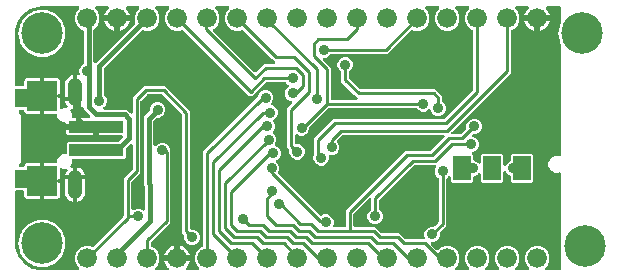
<source format=gbr>
G04 EAGLE Gerber RS-274X export*
G75*
%MOMM*%
%FSLAX34Y34*%
%LPD*%
%INBottom Copper*%
%IPPOS*%
%AMOC8*
5,1,8,0,0,1.08239X$1,22.5*%
G01*
%ADD10C,3.516000*%
%ADD11R,2.500000X2.500000*%
%ADD12C,1.208000*%
%ADD13R,1.500000X2.000000*%
%ADD14C,1.676400*%
%ADD15R,4.600000X1.000000*%
%ADD16R,3.400000X1.600000*%
%ADD17C,0.889000*%
%ADD18C,0.406400*%
%ADD19C,0.254000*%
%ADD20C,0.906400*%
%ADD21C,0.304800*%

G36*
X131486Y2558D02*
X131486Y2558D01*
X131624Y2571D01*
X131643Y2578D01*
X131664Y2581D01*
X131793Y2632D01*
X131924Y2679D01*
X131940Y2690D01*
X131959Y2698D01*
X132071Y2779D01*
X132187Y2857D01*
X132200Y2873D01*
X132217Y2884D01*
X132305Y2992D01*
X132397Y3096D01*
X132406Y3114D01*
X132419Y3129D01*
X132479Y3255D01*
X132542Y3379D01*
X132546Y3399D01*
X132555Y3417D01*
X132581Y3554D01*
X132611Y3689D01*
X132611Y3710D01*
X132615Y3729D01*
X132606Y3868D01*
X132602Y4007D01*
X132596Y4027D01*
X132595Y4047D01*
X132552Y4179D01*
X132513Y4313D01*
X132503Y4330D01*
X132497Y4349D01*
X132423Y4467D01*
X132352Y4587D01*
X132333Y4608D01*
X132327Y4618D01*
X132312Y4632D01*
X132245Y4707D01*
X131369Y5584D01*
X130358Y6975D01*
X129577Y8507D01*
X129046Y10142D01*
X129037Y10201D01*
X138470Y10201D01*
X138588Y10216D01*
X138707Y10223D01*
X138745Y10235D01*
X138785Y10241D01*
X138896Y10284D01*
X139009Y10321D01*
X139043Y10343D01*
X139081Y10358D01*
X139177Y10427D01*
X139278Y10491D01*
X139306Y10521D01*
X139338Y10544D01*
X139414Y10636D01*
X139496Y10723D01*
X139515Y10758D01*
X139541Y10789D01*
X139592Y10897D01*
X139649Y11001D01*
X139659Y11041D01*
X139677Y11077D01*
X139697Y11184D01*
X139701Y11154D01*
X139745Y11044D01*
X139781Y10931D01*
X139803Y10896D01*
X139818Y10859D01*
X139888Y10762D01*
X139951Y10662D01*
X139981Y10634D01*
X140005Y10601D01*
X140096Y10525D01*
X140183Y10444D01*
X140219Y10424D01*
X140250Y10399D01*
X140357Y10348D01*
X140462Y10290D01*
X140501Y10280D01*
X140537Y10263D01*
X140654Y10241D01*
X140770Y10211D01*
X140830Y10207D01*
X140850Y10203D01*
X140870Y10205D01*
X140930Y10201D01*
X150363Y10201D01*
X150354Y10142D01*
X149823Y8507D01*
X149042Y6975D01*
X148031Y5584D01*
X147155Y4707D01*
X147070Y4598D01*
X146981Y4491D01*
X146972Y4472D01*
X146960Y4456D01*
X146904Y4328D01*
X146845Y4203D01*
X146841Y4183D01*
X146833Y4164D01*
X146811Y4026D01*
X146785Y3890D01*
X146787Y3870D01*
X146783Y3850D01*
X146796Y3711D01*
X146805Y3573D01*
X146811Y3554D01*
X146813Y3534D01*
X146860Y3402D01*
X146903Y3271D01*
X146914Y3253D01*
X146921Y3234D01*
X146999Y3119D01*
X147073Y3002D01*
X147088Y2988D01*
X147099Y2971D01*
X147203Y2879D01*
X147305Y2784D01*
X147323Y2774D01*
X147338Y2761D01*
X147462Y2698D01*
X147583Y2630D01*
X147603Y2625D01*
X147621Y2616D01*
X147757Y2586D01*
X147891Y2551D01*
X147919Y2549D01*
X147931Y2546D01*
X147952Y2547D01*
X148052Y2541D01*
X157466Y2541D01*
X157604Y2558D01*
X157743Y2571D01*
X157762Y2578D01*
X157782Y2581D01*
X157911Y2632D01*
X158042Y2679D01*
X158059Y2690D01*
X158078Y2698D01*
X158190Y2779D01*
X158305Y2857D01*
X158319Y2873D01*
X158335Y2884D01*
X158424Y2992D01*
X158516Y3096D01*
X158525Y3114D01*
X158538Y3129D01*
X158597Y3255D01*
X158660Y3379D01*
X158665Y3399D01*
X158673Y3417D01*
X158699Y3553D01*
X158730Y3689D01*
X158729Y3710D01*
X158733Y3729D01*
X158724Y3868D01*
X158720Y4007D01*
X158715Y4027D01*
X158713Y4047D01*
X158671Y4179D01*
X158632Y4313D01*
X158622Y4330D01*
X158615Y4349D01*
X158541Y4467D01*
X158470Y4587D01*
X158452Y4608D01*
X158445Y4618D01*
X158430Y4632D01*
X158364Y4707D01*
X156271Y6801D01*
X154685Y10628D01*
X154685Y14772D01*
X156271Y18599D01*
X159201Y21529D01*
X161014Y22280D01*
X161039Y22295D01*
X161067Y22304D01*
X161177Y22373D01*
X161290Y22438D01*
X161311Y22458D01*
X161336Y22474D01*
X161425Y22569D01*
X161518Y22659D01*
X161534Y22684D01*
X161554Y22706D01*
X161617Y22820D01*
X161685Y22930D01*
X161693Y22958D01*
X161708Y22984D01*
X161740Y23110D01*
X161778Y23234D01*
X161780Y23264D01*
X161787Y23292D01*
X161797Y23453D01*
X161797Y102968D01*
X207781Y148951D01*
X207841Y149030D01*
X207909Y149102D01*
X207938Y149155D01*
X207975Y149203D01*
X208015Y149294D01*
X208063Y149380D01*
X208078Y149439D01*
X208102Y149494D01*
X208117Y149592D01*
X208142Y149688D01*
X208148Y149788D01*
X208152Y149809D01*
X208150Y149821D01*
X208152Y149849D01*
X208152Y149879D01*
X209138Y152259D01*
X210961Y154082D01*
X213341Y155068D01*
X215919Y155068D01*
X218299Y154082D01*
X220122Y152259D01*
X221108Y149879D01*
X221108Y147301D01*
X220122Y144921D01*
X219544Y144344D01*
X219514Y144304D01*
X219477Y144271D01*
X219417Y144179D01*
X219350Y144092D01*
X219330Y144047D01*
X219302Y144005D01*
X219267Y143901D01*
X219223Y143800D01*
X219215Y143751D01*
X219199Y143704D01*
X219191Y143595D01*
X219173Y143486D01*
X219178Y143437D01*
X219174Y143387D01*
X219193Y143279D01*
X219203Y143170D01*
X219220Y143123D01*
X219228Y143074D01*
X219274Y142974D01*
X219311Y142870D01*
X219339Y142829D01*
X219359Y142784D01*
X219428Y142698D01*
X219489Y142607D01*
X219527Y142574D01*
X219558Y142536D01*
X219645Y142469D01*
X219728Y142397D01*
X219772Y142374D01*
X219812Y142344D01*
X219956Y142273D01*
X222109Y141382D01*
X223932Y139559D01*
X224918Y137179D01*
X224918Y134601D01*
X223932Y132221D01*
X222109Y130398D01*
X221752Y130251D01*
X221709Y130226D01*
X221662Y130209D01*
X221571Y130147D01*
X221476Y130093D01*
X221440Y130058D01*
X221399Y130030D01*
X221326Y129948D01*
X221248Y129872D01*
X221222Y129829D01*
X221189Y129792D01*
X221139Y129694D01*
X221081Y129601D01*
X221067Y129553D01*
X221044Y129509D01*
X221020Y129402D01*
X220988Y129297D01*
X220985Y129247D01*
X220974Y129198D01*
X220978Y129089D01*
X220973Y128979D01*
X220983Y128930D01*
X220984Y128881D01*
X221015Y128775D01*
X221037Y128668D01*
X221059Y128623D01*
X221073Y128575D01*
X221128Y128481D01*
X221177Y128382D01*
X221209Y128344D01*
X221234Y128301D01*
X221341Y128180D01*
X221392Y128129D01*
X222378Y125749D01*
X222378Y123171D01*
X221392Y120791D01*
X220878Y120277D01*
X220805Y120183D01*
X220727Y120094D01*
X220708Y120058D01*
X220683Y120026D01*
X220636Y119917D01*
X220582Y119811D01*
X220573Y119772D01*
X220557Y119734D01*
X220538Y119617D01*
X220512Y119501D01*
X220514Y119460D01*
X220507Y119420D01*
X220518Y119302D01*
X220522Y119183D01*
X220533Y119144D01*
X220537Y119104D01*
X220577Y118992D01*
X220610Y118877D01*
X220631Y118842D01*
X220645Y118804D01*
X220712Y118706D01*
X220772Y118603D01*
X220812Y118558D01*
X220823Y118541D01*
X220839Y118528D01*
X220878Y118482D01*
X222662Y116699D01*
X223648Y114319D01*
X223648Y111741D01*
X222636Y109299D01*
X222605Y109184D01*
X222566Y109072D01*
X222563Y109032D01*
X222552Y108993D01*
X222550Y108873D01*
X222541Y108755D01*
X222548Y108715D01*
X222547Y108675D01*
X222575Y108559D01*
X222595Y108441D01*
X222612Y108405D01*
X222621Y108365D01*
X222677Y108260D01*
X222726Y108151D01*
X222751Y108120D01*
X222770Y108084D01*
X222850Y107996D01*
X222924Y107903D01*
X222957Y107879D01*
X222984Y107849D01*
X223083Y107783D01*
X223179Y107712D01*
X223233Y107685D01*
X223250Y107674D01*
X223269Y107667D01*
X223323Y107641D01*
X224649Y107092D01*
X226472Y105269D01*
X227458Y102889D01*
X227458Y100311D01*
X226472Y97931D01*
X224649Y96108D01*
X224292Y95961D01*
X224249Y95936D01*
X224202Y95919D01*
X224112Y95858D01*
X224016Y95803D01*
X223980Y95768D01*
X223939Y95741D01*
X223867Y95658D01*
X223788Y95582D01*
X223762Y95539D01*
X223729Y95502D01*
X223679Y95404D01*
X223621Y95311D01*
X223607Y95263D01*
X223584Y95219D01*
X223560Y95112D01*
X223528Y95007D01*
X223525Y94957D01*
X223514Y94909D01*
X223518Y94799D01*
X223513Y94689D01*
X223523Y94640D01*
X223524Y94591D01*
X223555Y94485D01*
X223577Y94378D01*
X223599Y94333D01*
X223613Y94285D01*
X223668Y94191D01*
X223717Y94092D01*
X223749Y94054D01*
X223774Y94011D01*
X223880Y93890D01*
X225202Y92569D01*
X226188Y90189D01*
X226188Y87611D01*
X225245Y85334D01*
X225237Y85306D01*
X225223Y85280D01*
X225195Y85153D01*
X225161Y85028D01*
X225160Y84998D01*
X225154Y84969D01*
X225158Y84840D01*
X225156Y84710D01*
X225162Y84681D01*
X225163Y84651D01*
X225199Y84527D01*
X225230Y84400D01*
X225244Y84374D01*
X225252Y84346D01*
X225318Y84234D01*
X225378Y84119D01*
X225398Y84097D01*
X225413Y84072D01*
X225520Y83951D01*
X260382Y49088D01*
X260477Y49015D01*
X260566Y48937D01*
X260602Y48918D01*
X260634Y48893D01*
X260743Y48846D01*
X260849Y48792D01*
X260888Y48783D01*
X260926Y48767D01*
X261043Y48748D01*
X261159Y48722D01*
X261200Y48724D01*
X261240Y48717D01*
X261358Y48728D01*
X261477Y48732D01*
X261516Y48743D01*
X261556Y48747D01*
X261668Y48787D01*
X261783Y48820D01*
X261817Y48841D01*
X261856Y48855D01*
X261875Y48868D01*
X264395Y49912D01*
X266973Y49912D01*
X269353Y48926D01*
X271176Y47103D01*
X272162Y44723D01*
X272162Y42146D01*
X271529Y40618D01*
X271516Y40570D01*
X271495Y40525D01*
X271474Y40417D01*
X271445Y40311D01*
X271444Y40261D01*
X271435Y40212D01*
X271442Y40103D01*
X271440Y39993D01*
X271451Y39945D01*
X271455Y39895D01*
X271488Y39791D01*
X271514Y39684D01*
X271537Y39640D01*
X271553Y39593D01*
X271611Y39500D01*
X271663Y39403D01*
X271696Y39366D01*
X271723Y39324D01*
X271803Y39249D01*
X271877Y39167D01*
X271918Y39140D01*
X271954Y39106D01*
X272051Y39053D01*
X272142Y38993D01*
X272189Y38976D01*
X272233Y38952D01*
X272339Y38925D01*
X272443Y38889D01*
X272493Y38885D01*
X272541Y38873D01*
X272702Y38863D01*
X281178Y38863D01*
X281296Y38878D01*
X281415Y38885D01*
X281453Y38898D01*
X281494Y38903D01*
X281604Y38946D01*
X281717Y38983D01*
X281752Y39005D01*
X281789Y39020D01*
X281885Y39089D01*
X281986Y39153D01*
X282014Y39183D01*
X282047Y39206D01*
X282123Y39298D01*
X282204Y39385D01*
X282224Y39420D01*
X282249Y39451D01*
X282300Y39559D01*
X282358Y39663D01*
X282368Y39703D01*
X282385Y39739D01*
X282407Y39856D01*
X282437Y39971D01*
X282441Y40031D01*
X282445Y40051D01*
X282443Y40072D01*
X282447Y40132D01*
X282447Y53438D01*
X332642Y103633D01*
X353706Y103633D01*
X353804Y103645D01*
X353903Y103648D01*
X353962Y103665D01*
X354022Y103673D01*
X354114Y103709D01*
X354209Y103737D01*
X354261Y103767D01*
X354317Y103790D01*
X354397Y103848D01*
X354483Y103898D01*
X354558Y103964D01*
X354575Y103976D01*
X354583Y103986D01*
X354604Y104004D01*
X365780Y115181D01*
X365865Y115290D01*
X365954Y115397D01*
X365962Y115416D01*
X365975Y115432D01*
X366030Y115560D01*
X366089Y115685D01*
X366093Y115705D01*
X366101Y115724D01*
X366123Y115862D01*
X366149Y115998D01*
X366148Y116018D01*
X366151Y116038D01*
X366138Y116177D01*
X366129Y116315D01*
X366123Y116334D01*
X366121Y116354D01*
X366074Y116486D01*
X366031Y116617D01*
X366020Y116635D01*
X366013Y116654D01*
X365935Y116769D01*
X365861Y116886D01*
X365846Y116900D01*
X365835Y116917D01*
X365731Y117009D01*
X365629Y117104D01*
X365612Y117114D01*
X365596Y117127D01*
X365472Y117191D01*
X365351Y117258D01*
X365331Y117263D01*
X365313Y117272D01*
X365177Y117302D01*
X365043Y117337D01*
X365015Y117339D01*
X365003Y117342D01*
X364982Y117341D01*
X364882Y117347D01*
X280024Y117347D01*
X279926Y117335D01*
X279827Y117332D01*
X279768Y117315D01*
X279708Y117307D01*
X279616Y117271D01*
X279521Y117243D01*
X279469Y117213D01*
X279413Y117190D01*
X279333Y117132D01*
X279247Y117082D01*
X279172Y117016D01*
X279155Y117004D01*
X279147Y116994D01*
X279126Y116976D01*
X275148Y112998D01*
X275075Y112903D01*
X274997Y112814D01*
X274978Y112778D01*
X274953Y112746D01*
X274906Y112637D01*
X274852Y112531D01*
X274843Y112492D01*
X274827Y112454D01*
X274808Y112337D01*
X274782Y112221D01*
X274784Y112180D01*
X274777Y112140D01*
X274788Y112022D01*
X274792Y111903D01*
X274803Y111864D01*
X274807Y111824D01*
X274847Y111712D01*
X274880Y111597D01*
X274901Y111563D01*
X274915Y111524D01*
X274981Y111426D01*
X275042Y111323D01*
X275082Y111278D01*
X275093Y111261D01*
X275108Y111248D01*
X275148Y111203D01*
X276002Y110349D01*
X276988Y107969D01*
X276988Y105391D01*
X276002Y103011D01*
X274179Y101188D01*
X271799Y100202D01*
X269367Y100202D01*
X269249Y100187D01*
X269130Y100180D01*
X269092Y100167D01*
X269051Y100162D01*
X268941Y100119D01*
X268828Y100082D01*
X268793Y100060D01*
X268756Y100045D01*
X268660Y99976D01*
X268559Y99912D01*
X268531Y99882D01*
X268498Y99859D01*
X268422Y99767D01*
X268341Y99680D01*
X268321Y99645D01*
X268296Y99614D01*
X268245Y99506D01*
X268187Y99402D01*
X268177Y99362D01*
X268160Y99326D01*
X268138Y99209D01*
X268108Y99094D01*
X268104Y99034D01*
X268100Y99014D01*
X268102Y98993D01*
X268098Y98933D01*
X268098Y96501D01*
X267112Y94121D01*
X265289Y92298D01*
X262909Y91312D01*
X260331Y91312D01*
X257951Y92298D01*
X256128Y94121D01*
X255142Y96501D01*
X255142Y99079D01*
X255681Y100378D01*
X255683Y100387D01*
X255688Y100395D01*
X255725Y100541D01*
X255765Y100685D01*
X255765Y100694D01*
X255767Y100703D01*
X255777Y100864D01*
X255777Y114398D01*
X271682Y130303D01*
X365136Y130303D01*
X365234Y130315D01*
X365333Y130318D01*
X365392Y130335D01*
X365452Y130343D01*
X365544Y130379D01*
X365639Y130407D01*
X365691Y130437D01*
X365747Y130460D01*
X365827Y130518D01*
X365913Y130568D01*
X365988Y130634D01*
X366005Y130646D01*
X366013Y130656D01*
X366034Y130674D01*
X390026Y154666D01*
X390086Y154745D01*
X390154Y154817D01*
X390183Y154870D01*
X390220Y154918D01*
X390260Y155009D01*
X390308Y155095D01*
X390323Y155154D01*
X390347Y155209D01*
X390362Y155307D01*
X390387Y155403D01*
X390393Y155503D01*
X390397Y155524D01*
X390395Y155536D01*
X390397Y155564D01*
X390397Y205147D01*
X390394Y205176D01*
X390396Y205206D01*
X390374Y205334D01*
X390357Y205463D01*
X390347Y205490D01*
X390342Y205519D01*
X390288Y205638D01*
X390240Y205758D01*
X390223Y205782D01*
X390211Y205809D01*
X390130Y205911D01*
X390054Y206016D01*
X390031Y206035D01*
X390012Y206058D01*
X389909Y206136D01*
X389809Y206219D01*
X389782Y206231D01*
X389758Y206249D01*
X389614Y206320D01*
X387801Y207071D01*
X384871Y210001D01*
X383285Y213828D01*
X383285Y217972D01*
X384871Y221799D01*
X386964Y223893D01*
X387049Y224002D01*
X387138Y224109D01*
X387146Y224128D01*
X387159Y224144D01*
X387214Y224272D01*
X387273Y224397D01*
X387277Y224417D01*
X387285Y224436D01*
X387307Y224574D01*
X387333Y224710D01*
X387332Y224730D01*
X387335Y224750D01*
X387322Y224889D01*
X387313Y225027D01*
X387307Y225046D01*
X387305Y225066D01*
X387258Y225198D01*
X387215Y225329D01*
X387204Y225347D01*
X387198Y225366D01*
X387120Y225481D01*
X387045Y225598D01*
X387030Y225612D01*
X387019Y225629D01*
X386915Y225721D01*
X386814Y225816D01*
X386796Y225826D01*
X386781Y225839D01*
X386656Y225903D01*
X386535Y225970D01*
X386515Y225975D01*
X386497Y225984D01*
X386362Y226014D01*
X386227Y226049D01*
X386199Y226051D01*
X386187Y226054D01*
X386167Y226053D01*
X386066Y226059D01*
X375934Y226059D01*
X375796Y226042D01*
X375657Y226029D01*
X375638Y226022D01*
X375618Y226019D01*
X375489Y225968D01*
X375358Y225921D01*
X375341Y225910D01*
X375322Y225902D01*
X375210Y225821D01*
X375095Y225743D01*
X375081Y225727D01*
X375065Y225716D01*
X374976Y225608D01*
X374884Y225504D01*
X374875Y225486D01*
X374862Y225471D01*
X374803Y225344D01*
X374740Y225221D01*
X374735Y225201D01*
X374727Y225183D01*
X374701Y225047D01*
X374670Y224911D01*
X374671Y224890D01*
X374667Y224871D01*
X374676Y224732D01*
X374680Y224593D01*
X374685Y224573D01*
X374687Y224553D01*
X374729Y224421D01*
X374768Y224287D01*
X374778Y224270D01*
X374785Y224251D01*
X374859Y224133D01*
X374930Y224013D01*
X374948Y223992D01*
X374955Y223982D01*
X374970Y223968D01*
X375036Y223893D01*
X377129Y221799D01*
X378715Y217972D01*
X378715Y213828D01*
X377129Y210001D01*
X374199Y207071D01*
X370372Y205485D01*
X366228Y205485D01*
X362401Y207071D01*
X359471Y210001D01*
X357885Y213828D01*
X357885Y217972D01*
X359471Y221799D01*
X361564Y223893D01*
X361649Y224002D01*
X361738Y224109D01*
X361746Y224128D01*
X361759Y224144D01*
X361814Y224272D01*
X361873Y224397D01*
X361877Y224417D01*
X361885Y224436D01*
X361907Y224574D01*
X361933Y224710D01*
X361932Y224730D01*
X361935Y224750D01*
X361922Y224889D01*
X361913Y225027D01*
X361907Y225046D01*
X361905Y225066D01*
X361858Y225198D01*
X361815Y225329D01*
X361804Y225347D01*
X361798Y225366D01*
X361720Y225481D01*
X361645Y225598D01*
X361630Y225612D01*
X361619Y225629D01*
X361515Y225721D01*
X361414Y225816D01*
X361396Y225826D01*
X361381Y225839D01*
X361256Y225903D01*
X361135Y225970D01*
X361115Y225975D01*
X361097Y225984D01*
X360962Y226014D01*
X360827Y226049D01*
X360799Y226051D01*
X360787Y226054D01*
X360767Y226053D01*
X360666Y226059D01*
X350534Y226059D01*
X350396Y226042D01*
X350257Y226029D01*
X350238Y226022D01*
X350218Y226019D01*
X350089Y225968D01*
X349958Y225921D01*
X349941Y225910D01*
X349922Y225902D01*
X349810Y225821D01*
X349695Y225743D01*
X349681Y225727D01*
X349665Y225716D01*
X349576Y225608D01*
X349484Y225504D01*
X349475Y225486D01*
X349462Y225471D01*
X349403Y225344D01*
X349340Y225221D01*
X349335Y225201D01*
X349327Y225183D01*
X349301Y225047D01*
X349270Y224911D01*
X349271Y224890D01*
X349267Y224871D01*
X349276Y224732D01*
X349280Y224593D01*
X349285Y224573D01*
X349287Y224553D01*
X349329Y224421D01*
X349368Y224287D01*
X349378Y224270D01*
X349385Y224251D01*
X349459Y224133D01*
X349530Y224013D01*
X349548Y223992D01*
X349555Y223982D01*
X349570Y223968D01*
X349636Y223893D01*
X351729Y221799D01*
X353315Y217972D01*
X353315Y213828D01*
X351729Y210001D01*
X348799Y207071D01*
X344972Y205485D01*
X340828Y205485D01*
X339015Y206236D01*
X338987Y206244D01*
X338960Y206258D01*
X338834Y206286D01*
X338708Y206320D01*
X338679Y206321D01*
X338650Y206327D01*
X338520Y206323D01*
X338390Y206325D01*
X338362Y206318D01*
X338332Y206318D01*
X338208Y206281D01*
X338081Y206251D01*
X338055Y206237D01*
X338027Y206229D01*
X337915Y206163D01*
X337800Y206102D01*
X337778Y206083D01*
X337753Y206068D01*
X337632Y205961D01*
X317598Y185927D01*
X270544Y185927D01*
X270446Y185915D01*
X270347Y185912D01*
X270288Y185895D01*
X270228Y185887D01*
X270136Y185851D01*
X270041Y185823D01*
X269989Y185793D01*
X269933Y185770D01*
X269853Y185712D01*
X269767Y185662D01*
X269692Y185596D01*
X269675Y185584D01*
X269668Y185574D01*
X269646Y185556D01*
X267829Y183738D01*
X265449Y182752D01*
X264403Y182752D01*
X264265Y182735D01*
X264126Y182722D01*
X264107Y182715D01*
X264087Y182712D01*
X263958Y182661D01*
X263827Y182614D01*
X263810Y182603D01*
X263792Y182595D01*
X263679Y182514D01*
X263564Y182436D01*
X263551Y182420D01*
X263534Y182409D01*
X263445Y182301D01*
X263353Y182197D01*
X263344Y182179D01*
X263331Y182164D01*
X263272Y182038D01*
X263209Y181914D01*
X263204Y181894D01*
X263196Y181876D01*
X263170Y181740D01*
X263139Y181604D01*
X263140Y181583D01*
X263136Y181564D01*
X263145Y181425D01*
X263149Y181286D01*
X263155Y181266D01*
X263156Y181246D01*
X263199Y181114D01*
X263237Y180980D01*
X263248Y180963D01*
X263254Y180944D01*
X263328Y180826D01*
X263399Y180706D01*
X263417Y180685D01*
X263424Y180675D01*
X263439Y180661D01*
X263505Y180586D01*
X267696Y176394D01*
X270003Y174088D01*
X270003Y148082D01*
X270018Y147964D01*
X270025Y147845D01*
X270038Y147807D01*
X270043Y147766D01*
X270086Y147656D01*
X270123Y147543D01*
X270145Y147508D01*
X270160Y147471D01*
X270229Y147375D01*
X270293Y147274D01*
X270323Y147246D01*
X270346Y147213D01*
X270438Y147137D01*
X270525Y147056D01*
X270560Y147036D01*
X270591Y147011D01*
X270699Y146960D01*
X270803Y146902D01*
X270843Y146892D01*
X270879Y146875D01*
X270996Y146853D01*
X271111Y146823D01*
X271171Y146819D01*
X271191Y146815D01*
X271212Y146817D01*
X271272Y146813D01*
X291222Y146813D01*
X291360Y146830D01*
X291499Y146843D01*
X291518Y146850D01*
X291538Y146853D01*
X291667Y146904D01*
X291798Y146951D01*
X291815Y146962D01*
X291833Y146970D01*
X291946Y147051D01*
X292061Y147129D01*
X292074Y147145D01*
X292091Y147156D01*
X292180Y147264D01*
X292272Y147368D01*
X292281Y147386D01*
X292294Y147401D01*
X292353Y147527D01*
X292416Y147651D01*
X292421Y147671D01*
X292429Y147689D01*
X292455Y147825D01*
X292486Y147961D01*
X292485Y147982D01*
X292489Y148001D01*
X292480Y148140D01*
X292476Y148279D01*
X292470Y148299D01*
X292469Y148319D01*
X292426Y148451D01*
X292388Y148585D01*
X292377Y148602D01*
X292371Y148621D01*
X292297Y148739D01*
X292226Y148859D01*
X292208Y148880D01*
X292201Y148890D01*
X292186Y148904D01*
X292120Y148979D01*
X289696Y151404D01*
X278637Y162462D01*
X278637Y170146D01*
X278625Y170244D01*
X278622Y170343D01*
X278605Y170402D01*
X278597Y170462D01*
X278561Y170554D01*
X278533Y170649D01*
X278503Y170701D01*
X278480Y170757D01*
X278422Y170837D01*
X278372Y170923D01*
X278306Y170998D01*
X278294Y171015D01*
X278284Y171022D01*
X278266Y171044D01*
X276448Y172861D01*
X275462Y175241D01*
X275462Y177819D01*
X276448Y180199D01*
X278271Y182022D01*
X280651Y183008D01*
X283229Y183008D01*
X285609Y182022D01*
X287432Y180199D01*
X288418Y177819D01*
X288418Y175241D01*
X287432Y172861D01*
X285614Y171044D01*
X285554Y170965D01*
X285486Y170893D01*
X285457Y170840D01*
X285420Y170792D01*
X285380Y170701D01*
X285332Y170615D01*
X285317Y170556D01*
X285293Y170500D01*
X285278Y170402D01*
X285253Y170307D01*
X285247Y170207D01*
X285243Y170186D01*
X285245Y170174D01*
X285243Y170146D01*
X285243Y165724D01*
X285255Y165626D01*
X285258Y165527D01*
X285275Y165468D01*
X285283Y165408D01*
X285319Y165316D01*
X285347Y165221D01*
X285377Y165169D01*
X285400Y165113D01*
X285458Y165033D01*
X285508Y164947D01*
X285574Y164872D01*
X285586Y164855D01*
X285596Y164847D01*
X285614Y164826D01*
X294366Y156074D01*
X294445Y156014D01*
X294517Y155946D01*
X294570Y155917D01*
X294618Y155880D01*
X294709Y155840D01*
X294795Y155792D01*
X294854Y155777D01*
X294909Y155753D01*
X295007Y155738D01*
X295103Y155713D01*
X295203Y155707D01*
X295224Y155703D01*
X295236Y155705D01*
X295264Y155703D01*
X358238Y155703D01*
X363983Y149958D01*
X363983Y146084D01*
X363995Y145986D01*
X363998Y145887D01*
X364015Y145828D01*
X364023Y145768D01*
X364059Y145676D01*
X364087Y145581D01*
X364117Y145529D01*
X364140Y145473D01*
X364198Y145393D01*
X364248Y145307D01*
X364314Y145232D01*
X364326Y145215D01*
X364336Y145208D01*
X364354Y145186D01*
X366172Y143369D01*
X367158Y140989D01*
X367158Y138411D01*
X366172Y136031D01*
X364349Y134208D01*
X361969Y133222D01*
X359391Y133222D01*
X357011Y134208D01*
X355188Y136031D01*
X354297Y138184D01*
X354272Y138227D01*
X354255Y138274D01*
X354194Y138365D01*
X354139Y138460D01*
X354104Y138496D01*
X354077Y138537D01*
X353994Y138610D01*
X353918Y138688D01*
X353875Y138714D01*
X353838Y138747D01*
X353740Y138797D01*
X353647Y138855D01*
X353599Y138869D01*
X353555Y138892D01*
X353448Y138916D01*
X353343Y138948D01*
X353293Y138951D01*
X353245Y138962D01*
X353135Y138958D01*
X353025Y138963D01*
X352977Y138953D01*
X352927Y138952D01*
X352821Y138921D01*
X352714Y138899D01*
X352669Y138877D01*
X352621Y138864D01*
X352527Y138808D01*
X352428Y138759D01*
X352390Y138727D01*
X352347Y138702D01*
X352226Y138596D01*
X351649Y138018D01*
X349269Y137032D01*
X346691Y137032D01*
X344311Y138018D01*
X342494Y139836D01*
X342415Y139896D01*
X342343Y139964D01*
X342290Y139993D01*
X342242Y140030D01*
X342151Y140070D01*
X342065Y140118D01*
X342006Y140133D01*
X341950Y140157D01*
X341852Y140172D01*
X341757Y140197D01*
X341657Y140203D01*
X341636Y140207D01*
X341624Y140205D01*
X341596Y140207D01*
X268594Y140207D01*
X268496Y140195D01*
X268397Y140192D01*
X268338Y140175D01*
X268278Y140167D01*
X268186Y140131D01*
X268091Y140103D01*
X268039Y140073D01*
X267983Y140050D01*
X267903Y139992D01*
X267817Y139942D01*
X267742Y139876D01*
X267725Y139864D01*
X267717Y139854D01*
X267696Y139836D01*
X251959Y124099D01*
X251899Y124020D01*
X251831Y123948D01*
X251802Y123895D01*
X251765Y123847D01*
X251725Y123756D01*
X251677Y123670D01*
X251662Y123611D01*
X251638Y123556D01*
X251623Y123458D01*
X251598Y123362D01*
X251592Y123262D01*
X251588Y123241D01*
X251590Y123229D01*
X251588Y123201D01*
X251588Y121901D01*
X250602Y119521D01*
X248779Y117698D01*
X246399Y116712D01*
X243821Y116712D01*
X241278Y117766D01*
X241230Y117779D01*
X241185Y117800D01*
X241077Y117821D01*
X240971Y117850D01*
X240921Y117851D01*
X240872Y117860D01*
X240763Y117853D01*
X240653Y117855D01*
X240605Y117843D01*
X240555Y117840D01*
X240451Y117806D01*
X240344Y117781D01*
X240300Y117758D01*
X240253Y117742D01*
X240160Y117683D01*
X240063Y117632D01*
X240026Y117599D01*
X239984Y117572D01*
X239909Y117492D01*
X239827Y117418D01*
X239800Y117377D01*
X239766Y117340D01*
X239713Y117244D01*
X239653Y117152D01*
X239636Y117105D01*
X239612Y117062D01*
X239585Y116956D01*
X239549Y116852D01*
X239545Y116802D01*
X239533Y116754D01*
X239523Y116593D01*
X239523Y110617D01*
X239538Y110499D01*
X239545Y110380D01*
X239558Y110342D01*
X239563Y110301D01*
X239606Y110191D01*
X239643Y110078D01*
X239665Y110043D01*
X239680Y110006D01*
X239749Y109910D01*
X239813Y109809D01*
X239843Y109781D01*
X239866Y109748D01*
X239958Y109672D01*
X240045Y109591D01*
X240080Y109571D01*
X240111Y109546D01*
X240219Y109495D01*
X240323Y109437D01*
X240363Y109427D01*
X240399Y109410D01*
X240516Y109388D01*
X240631Y109358D01*
X240691Y109354D01*
X240711Y109350D01*
X240732Y109352D01*
X240792Y109348D01*
X242589Y109348D01*
X244969Y108362D01*
X246792Y106539D01*
X247778Y104159D01*
X247778Y101581D01*
X246792Y99201D01*
X244969Y97378D01*
X242589Y96392D01*
X240011Y96392D01*
X237631Y97378D01*
X235808Y99201D01*
X234822Y101581D01*
X234822Y104151D01*
X234810Y104249D01*
X234807Y104348D01*
X234790Y104407D01*
X234782Y104467D01*
X234746Y104559D01*
X234718Y104654D01*
X234688Y104706D01*
X234665Y104762D01*
X234607Y104842D01*
X234557Y104928D01*
X234491Y105003D01*
X234479Y105020D01*
X234469Y105028D01*
X234451Y105049D01*
X232917Y106582D01*
X232917Y139798D01*
X236875Y143756D01*
X236960Y143865D01*
X237049Y143972D01*
X237057Y143991D01*
X237070Y144007D01*
X237125Y144135D01*
X237184Y144260D01*
X237188Y144280D01*
X237196Y144299D01*
X237218Y144437D01*
X237244Y144573D01*
X237243Y144593D01*
X237246Y144613D01*
X237233Y144752D01*
X237224Y144890D01*
X237218Y144909D01*
X237216Y144929D01*
X237169Y145061D01*
X237126Y145192D01*
X237115Y145210D01*
X237108Y145229D01*
X237030Y145344D01*
X236956Y145461D01*
X236941Y145475D01*
X236930Y145492D01*
X236826Y145584D01*
X236724Y145679D01*
X236707Y145689D01*
X236691Y145702D01*
X236567Y145766D01*
X236446Y145833D01*
X236426Y145838D01*
X236408Y145847D01*
X236354Y145859D01*
X233821Y146908D01*
X231998Y148731D01*
X231012Y151111D01*
X231012Y153689D01*
X231998Y156069D01*
X233782Y157853D01*
X233855Y157947D01*
X233933Y158036D01*
X233952Y158072D01*
X233977Y158104D01*
X234024Y158213D01*
X234078Y158319D01*
X234087Y158358D01*
X234103Y158396D01*
X234122Y158513D01*
X234148Y158629D01*
X234146Y158670D01*
X234153Y158710D01*
X234142Y158828D01*
X234138Y158947D01*
X234127Y158986D01*
X234123Y159026D01*
X234083Y159138D01*
X234050Y159253D01*
X234029Y159288D01*
X234015Y159326D01*
X233948Y159424D01*
X233888Y159527D01*
X233848Y159572D01*
X233837Y159589D01*
X233821Y159602D01*
X233782Y159648D01*
X232004Y161426D01*
X231925Y161486D01*
X231853Y161554D01*
X231800Y161583D01*
X231752Y161620D01*
X231661Y161660D01*
X231575Y161708D01*
X231516Y161723D01*
X231460Y161747D01*
X231363Y161762D01*
X231267Y161787D01*
X231167Y161793D01*
X231146Y161797D01*
X231134Y161795D01*
X231106Y161797D01*
X215254Y161797D01*
X215156Y161785D01*
X215057Y161782D01*
X214998Y161765D01*
X214938Y161757D01*
X214846Y161721D01*
X214751Y161693D01*
X214699Y161663D01*
X214643Y161640D01*
X214563Y161582D01*
X214477Y161532D01*
X214402Y161466D01*
X214385Y161454D01*
X214377Y161444D01*
X214356Y161426D01*
X203298Y150367D01*
X200562Y150367D01*
X198256Y152674D01*
X144968Y205961D01*
X144945Y205979D01*
X144926Y206002D01*
X144820Y206076D01*
X144717Y206156D01*
X144690Y206168D01*
X144666Y206185D01*
X144544Y206231D01*
X144425Y206282D01*
X144396Y206287D01*
X144368Y206298D01*
X144239Y206312D01*
X144111Y206332D01*
X144081Y206330D01*
X144052Y206333D01*
X143924Y206315D01*
X143794Y206303D01*
X143766Y206293D01*
X143737Y206288D01*
X143585Y206236D01*
X141772Y205485D01*
X137628Y205485D01*
X133801Y207071D01*
X130871Y210001D01*
X129285Y213828D01*
X129285Y217972D01*
X130871Y221799D01*
X132964Y223893D01*
X133049Y224002D01*
X133138Y224109D01*
X133146Y224128D01*
X133159Y224144D01*
X133214Y224272D01*
X133273Y224397D01*
X133277Y224417D01*
X133285Y224436D01*
X133307Y224574D01*
X133333Y224710D01*
X133332Y224730D01*
X133335Y224750D01*
X133322Y224889D01*
X133313Y225027D01*
X133307Y225046D01*
X133305Y225066D01*
X133258Y225198D01*
X133215Y225329D01*
X133204Y225347D01*
X133198Y225366D01*
X133120Y225481D01*
X133045Y225598D01*
X133030Y225612D01*
X133019Y225629D01*
X132915Y225721D01*
X132814Y225816D01*
X132796Y225826D01*
X132781Y225839D01*
X132656Y225903D01*
X132535Y225970D01*
X132515Y225975D01*
X132497Y225984D01*
X132362Y226014D01*
X132227Y226049D01*
X132199Y226051D01*
X132187Y226054D01*
X132167Y226053D01*
X132066Y226059D01*
X121934Y226059D01*
X121796Y226042D01*
X121657Y226029D01*
X121638Y226022D01*
X121618Y226019D01*
X121489Y225968D01*
X121358Y225921D01*
X121341Y225910D01*
X121322Y225902D01*
X121210Y225821D01*
X121095Y225743D01*
X121081Y225727D01*
X121065Y225716D01*
X120976Y225608D01*
X120884Y225504D01*
X120875Y225486D01*
X120862Y225471D01*
X120803Y225344D01*
X120740Y225221D01*
X120735Y225201D01*
X120727Y225183D01*
X120701Y225047D01*
X120670Y224911D01*
X120671Y224890D01*
X120667Y224871D01*
X120676Y224732D01*
X120680Y224593D01*
X120685Y224573D01*
X120687Y224553D01*
X120729Y224421D01*
X120768Y224287D01*
X120778Y224270D01*
X120785Y224251D01*
X120859Y224133D01*
X120930Y224013D01*
X120948Y223992D01*
X120955Y223982D01*
X120970Y223968D01*
X121036Y223893D01*
X123129Y221799D01*
X124715Y217972D01*
X124715Y213828D01*
X123129Y210001D01*
X120199Y207071D01*
X116372Y205485D01*
X112228Y205485D01*
X111177Y205921D01*
X111149Y205928D01*
X111122Y205942D01*
X110996Y205970D01*
X110870Y206005D01*
X110841Y206005D01*
X110812Y206012D01*
X110682Y206008D01*
X110552Y206010D01*
X110524Y206003D01*
X110494Y206002D01*
X110370Y205966D01*
X110243Y205936D01*
X110217Y205922D01*
X110189Y205914D01*
X110077Y205848D01*
X109962Y205787D01*
X109940Y205767D01*
X109915Y205752D01*
X109794Y205646D01*
X78096Y173948D01*
X78036Y173870D01*
X77968Y173798D01*
X77939Y173745D01*
X77902Y173697D01*
X77862Y173606D01*
X77814Y173519D01*
X77799Y173461D01*
X77775Y173405D01*
X77760Y173307D01*
X77735Y173211D01*
X77729Y173111D01*
X77725Y173091D01*
X77727Y173079D01*
X77725Y173051D01*
X77725Y151672D01*
X77737Y151574D01*
X77740Y151475D01*
X77757Y151416D01*
X77765Y151356D01*
X77801Y151264D01*
X77829Y151169D01*
X77859Y151117D01*
X77882Y151061D01*
X77940Y150981D01*
X77990Y150895D01*
X78056Y150820D01*
X78068Y150803D01*
X78078Y150796D01*
X78096Y150774D01*
X79152Y149719D01*
X80138Y147339D01*
X80138Y144761D01*
X79152Y142381D01*
X77622Y140851D01*
X77537Y140742D01*
X77448Y140635D01*
X77440Y140616D01*
X77427Y140600D01*
X77372Y140472D01*
X77313Y140347D01*
X77309Y140327D01*
X77301Y140308D01*
X77279Y140170D01*
X77253Y140034D01*
X77254Y140014D01*
X77251Y139994D01*
X77264Y139855D01*
X77273Y139717D01*
X77279Y139698D01*
X77281Y139678D01*
X77328Y139546D01*
X77371Y139415D01*
X77382Y139397D01*
X77389Y139378D01*
X77467Y139263D01*
X77541Y139146D01*
X77556Y139132D01*
X77567Y139115D01*
X77672Y139023D01*
X77773Y138928D01*
X77790Y138918D01*
X77806Y138905D01*
X77930Y138841D01*
X78051Y138774D01*
X78071Y138769D01*
X78089Y138760D01*
X78225Y138730D01*
X78359Y138695D01*
X78387Y138693D01*
X78399Y138690D01*
X78420Y138691D01*
X78520Y138685D01*
X96934Y138685D01*
X99686Y135932D01*
X99940Y135678D01*
X100050Y135593D01*
X100157Y135504D01*
X100176Y135495D01*
X100192Y135483D01*
X100319Y135428D01*
X100445Y135368D01*
X100465Y135365D01*
X100484Y135357D01*
X100621Y135335D01*
X100758Y135309D01*
X100778Y135310D01*
X100798Y135307D01*
X100936Y135320D01*
X101075Y135328D01*
X101094Y135335D01*
X101114Y135337D01*
X101245Y135384D01*
X101377Y135426D01*
X101395Y135437D01*
X101414Y135444D01*
X101529Y135522D01*
X101646Y135597D01*
X101660Y135611D01*
X101677Y135623D01*
X101769Y135727D01*
X101864Y135828D01*
X101874Y135846D01*
X101887Y135861D01*
X101950Y135985D01*
X102018Y136107D01*
X102023Y136126D01*
X102032Y136144D01*
X102062Y136280D01*
X102097Y136415D01*
X102099Y136443D01*
X102102Y136455D01*
X102101Y136475D01*
X102107Y136575D01*
X102107Y148688D01*
X111662Y158243D01*
X129638Y158243D01*
X150623Y137258D01*
X150623Y38227D01*
X150638Y38109D01*
X150645Y37990D01*
X150658Y37952D01*
X150663Y37911D01*
X150706Y37801D01*
X150743Y37688D01*
X150765Y37653D01*
X150780Y37616D01*
X150849Y37520D01*
X150913Y37419D01*
X150943Y37391D01*
X150966Y37358D01*
X151058Y37282D01*
X151145Y37201D01*
X151180Y37181D01*
X151211Y37156D01*
X151319Y37105D01*
X151423Y37047D01*
X151463Y37037D01*
X151499Y37020D01*
X151616Y36998D01*
X151731Y36968D01*
X151791Y36964D01*
X151811Y36960D01*
X151832Y36962D01*
X151892Y36958D01*
X153689Y36958D01*
X156069Y35972D01*
X157892Y34149D01*
X158878Y31769D01*
X158878Y29191D01*
X157892Y26811D01*
X156069Y24988D01*
X153689Y24002D01*
X151111Y24002D01*
X148731Y24988D01*
X146908Y26811D01*
X145922Y29191D01*
X145922Y31761D01*
X145910Y31859D01*
X145907Y31958D01*
X145890Y32017D01*
X145882Y32077D01*
X145846Y32169D01*
X145818Y32264D01*
X145788Y32316D01*
X145765Y32372D01*
X145707Y32452D01*
X145657Y32538D01*
X145591Y32613D01*
X145579Y32630D01*
X145569Y32638D01*
X145551Y32659D01*
X144017Y34192D01*
X144017Y133996D01*
X144005Y134094D01*
X144002Y134193D01*
X143985Y134252D01*
X143977Y134312D01*
X143941Y134404D01*
X143913Y134499D01*
X143883Y134551D01*
X143860Y134607D01*
X143802Y134687D01*
X143752Y134773D01*
X143686Y134848D01*
X143674Y134865D01*
X143664Y134873D01*
X143646Y134894D01*
X127274Y151266D01*
X127195Y151326D01*
X127123Y151394D01*
X127070Y151423D01*
X127022Y151460D01*
X126931Y151500D01*
X126845Y151548D01*
X126786Y151563D01*
X126731Y151587D01*
X126633Y151602D01*
X126537Y151627D01*
X126437Y151633D01*
X126416Y151637D01*
X126404Y151635D01*
X126376Y151637D01*
X114924Y151637D01*
X114826Y151625D01*
X114727Y151622D01*
X114668Y151605D01*
X114608Y151597D01*
X114516Y151561D01*
X114421Y151533D01*
X114369Y151503D01*
X114313Y151480D01*
X114233Y151422D01*
X114147Y151372D01*
X114072Y151306D01*
X114055Y151294D01*
X114047Y151284D01*
X114026Y151266D01*
X109084Y146324D01*
X109024Y146245D01*
X108956Y146173D01*
X108927Y146120D01*
X108890Y146072D01*
X108850Y145981D01*
X108802Y145895D01*
X108787Y145836D01*
X108763Y145781D01*
X108748Y145683D01*
X108723Y145587D01*
X108717Y145487D01*
X108713Y145466D01*
X108715Y145454D01*
X108713Y145426D01*
X108713Y84992D01*
X101464Y77744D01*
X101404Y77665D01*
X101336Y77593D01*
X101307Y77540D01*
X101270Y77492D01*
X101230Y77401D01*
X101182Y77315D01*
X101167Y77256D01*
X101143Y77201D01*
X101128Y77103D01*
X101103Y77007D01*
X101097Y76907D01*
X101093Y76886D01*
X101095Y76874D01*
X101093Y76846D01*
X101093Y54857D01*
X101099Y54807D01*
X101097Y54758D01*
X101119Y54650D01*
X101133Y54541D01*
X101151Y54495D01*
X101161Y54446D01*
X101209Y54348D01*
X101250Y54245D01*
X101279Y54205D01*
X101301Y54161D01*
X101372Y54077D01*
X101436Y53988D01*
X101475Y53956D01*
X101507Y53919D01*
X101597Y53855D01*
X101681Y53785D01*
X101726Y53764D01*
X101767Y53736D01*
X101870Y53697D01*
X101969Y53650D01*
X102018Y53640D01*
X102064Y53623D01*
X102174Y53611D01*
X102281Y53590D01*
X102331Y53593D01*
X102380Y53588D01*
X102489Y53603D01*
X102599Y53610D01*
X102646Y53625D01*
X102695Y53632D01*
X102848Y53684D01*
X105391Y54738D01*
X107969Y54738D01*
X110349Y53752D01*
X110608Y53492D01*
X110718Y53407D01*
X110825Y53318D01*
X110844Y53310D01*
X110860Y53297D01*
X110987Y53242D01*
X111113Y53183D01*
X111133Y53179D01*
X111152Y53171D01*
X111289Y53149D01*
X111426Y53123D01*
X111446Y53124D01*
X111466Y53121D01*
X111605Y53134D01*
X111743Y53143D01*
X111762Y53149D01*
X111782Y53151D01*
X111914Y53198D01*
X112045Y53241D01*
X112062Y53252D01*
X112082Y53259D01*
X112197Y53337D01*
X112314Y53411D01*
X112328Y53426D01*
X112345Y53437D01*
X112437Y53541D01*
X112532Y53643D01*
X112542Y53660D01*
X112555Y53676D01*
X112619Y53800D01*
X112686Y53921D01*
X112691Y53941D01*
X112700Y53959D01*
X112730Y54095D01*
X112765Y54229D01*
X112767Y54257D01*
X112770Y54269D01*
X112769Y54290D01*
X112775Y54390D01*
X112775Y72721D01*
X112763Y72819D01*
X112760Y72918D01*
X112743Y72976D01*
X112735Y73036D01*
X112699Y73128D01*
X112671Y73223D01*
X112641Y73275D01*
X112618Y73332D01*
X112560Y73412D01*
X112510Y73497D01*
X112444Y73573D01*
X112432Y73589D01*
X112422Y73597D01*
X112404Y73618D01*
X111505Y74516D01*
X111505Y132494D01*
X116341Y137329D01*
X116401Y137407D01*
X116469Y137479D01*
X116498Y137532D01*
X116535Y137580D01*
X116575Y137671D01*
X116623Y137758D01*
X116638Y137816D01*
X116662Y137872D01*
X116677Y137970D01*
X116702Y138066D01*
X116708Y138166D01*
X116712Y138186D01*
X116710Y138198D01*
X116712Y138226D01*
X116712Y139719D01*
X117698Y142099D01*
X119521Y143922D01*
X121901Y144908D01*
X124479Y144908D01*
X126859Y143922D01*
X128682Y142099D01*
X129668Y139719D01*
X129668Y137141D01*
X128682Y134761D01*
X126859Y132938D01*
X124479Y131952D01*
X122986Y131952D01*
X122888Y131940D01*
X122789Y131937D01*
X122731Y131920D01*
X122671Y131912D01*
X122579Y131876D01*
X122484Y131848D01*
X122432Y131818D01*
X122375Y131795D01*
X122295Y131737D01*
X122210Y131687D01*
X122134Y131621D01*
X122118Y131609D01*
X122110Y131599D01*
X122089Y131581D01*
X120006Y129498D01*
X119946Y129420D01*
X119878Y129348D01*
X119849Y129295D01*
X119812Y129247D01*
X119772Y129156D01*
X119724Y129069D01*
X119709Y129011D01*
X119685Y128955D01*
X119670Y128857D01*
X119645Y128761D01*
X119639Y128661D01*
X119635Y128641D01*
X119637Y128629D01*
X119635Y128601D01*
X119635Y109000D01*
X119652Y108862D01*
X119665Y108723D01*
X119672Y108704D01*
X119675Y108684D01*
X119726Y108555D01*
X119773Y108424D01*
X119784Y108407D01*
X119792Y108389D01*
X119873Y108276D01*
X119951Y108161D01*
X119967Y108148D01*
X119978Y108131D01*
X120086Y108042D01*
X120190Y107951D01*
X120208Y107941D01*
X120223Y107928D01*
X120349Y107869D01*
X120473Y107806D01*
X120493Y107802D01*
X120511Y107793D01*
X120648Y107767D01*
X120783Y107736D01*
X120804Y107737D01*
X120823Y107733D01*
X120962Y107742D01*
X121101Y107746D01*
X121121Y107752D01*
X121141Y107753D01*
X121273Y107796D01*
X121407Y107834D01*
X121424Y107845D01*
X121443Y107851D01*
X121561Y107926D01*
X121681Y107996D01*
X121702Y108015D01*
X121712Y108021D01*
X121726Y108036D01*
X121801Y108102D01*
X123331Y109632D01*
X125711Y110618D01*
X128289Y110618D01*
X130669Y109632D01*
X132492Y107809D01*
X133478Y105429D01*
X133478Y105399D01*
X133490Y105301D01*
X133493Y105202D01*
X133510Y105143D01*
X133518Y105083D01*
X133554Y104991D01*
X133582Y104896D01*
X133612Y104844D01*
X133635Y104788D01*
X133693Y104708D01*
X133743Y104622D01*
X133809Y104547D01*
X133821Y104530D01*
X133831Y104522D01*
X133849Y104501D01*
X134113Y104238D01*
X134113Y43082D01*
X117974Y26944D01*
X117914Y26865D01*
X117846Y26793D01*
X117817Y26740D01*
X117780Y26692D01*
X117740Y26601D01*
X117692Y26515D01*
X117677Y26456D01*
X117653Y26401D01*
X117638Y26303D01*
X117613Y26207D01*
X117607Y26107D01*
X117603Y26086D01*
X117605Y26074D01*
X117603Y26046D01*
X117603Y23453D01*
X117606Y23424D01*
X117604Y23394D01*
X117626Y23266D01*
X117643Y23137D01*
X117653Y23110D01*
X117658Y23081D01*
X117712Y22962D01*
X117760Y22842D01*
X117777Y22818D01*
X117789Y22791D01*
X117870Y22689D01*
X117946Y22584D01*
X117969Y22565D01*
X117988Y22542D01*
X118091Y22464D01*
X118191Y22381D01*
X118218Y22369D01*
X118242Y22351D01*
X118386Y22280D01*
X120199Y21529D01*
X123129Y18599D01*
X124715Y14772D01*
X124715Y10628D01*
X123129Y6801D01*
X121036Y4707D01*
X120951Y4598D01*
X120862Y4491D01*
X120854Y4472D01*
X120841Y4456D01*
X120786Y4328D01*
X120727Y4203D01*
X120723Y4183D01*
X120715Y4164D01*
X120693Y4026D01*
X120667Y3890D01*
X120668Y3870D01*
X120665Y3850D01*
X120678Y3711D01*
X120687Y3573D01*
X120693Y3554D01*
X120695Y3534D01*
X120742Y3402D01*
X120785Y3271D01*
X120796Y3253D01*
X120802Y3234D01*
X120880Y3119D01*
X120955Y3002D01*
X120970Y2988D01*
X120981Y2971D01*
X121085Y2879D01*
X121186Y2784D01*
X121204Y2774D01*
X121219Y2761D01*
X121344Y2697D01*
X121465Y2630D01*
X121485Y2625D01*
X121503Y2616D01*
X121638Y2586D01*
X121773Y2551D01*
X121801Y2549D01*
X121813Y2546D01*
X121833Y2547D01*
X121934Y2541D01*
X131348Y2541D01*
X131486Y2558D01*
G37*
G36*
X386204Y2558D02*
X386204Y2558D01*
X386343Y2571D01*
X386362Y2578D01*
X386382Y2581D01*
X386511Y2632D01*
X386642Y2679D01*
X386659Y2690D01*
X386678Y2698D01*
X386790Y2779D01*
X386905Y2857D01*
X386919Y2873D01*
X386935Y2884D01*
X387024Y2992D01*
X387116Y3096D01*
X387125Y3114D01*
X387138Y3129D01*
X387197Y3255D01*
X387260Y3379D01*
X387265Y3399D01*
X387273Y3417D01*
X387299Y3553D01*
X387330Y3689D01*
X387329Y3710D01*
X387333Y3729D01*
X387324Y3868D01*
X387320Y4007D01*
X387315Y4027D01*
X387313Y4047D01*
X387271Y4179D01*
X387232Y4313D01*
X387222Y4330D01*
X387215Y4349D01*
X387141Y4467D01*
X387070Y4587D01*
X387052Y4608D01*
X387045Y4618D01*
X387030Y4632D01*
X386964Y4707D01*
X384871Y6801D01*
X383285Y10628D01*
X383285Y14772D01*
X384871Y18599D01*
X387801Y21529D01*
X391628Y23115D01*
X395772Y23115D01*
X399599Y21529D01*
X402529Y18599D01*
X404115Y14772D01*
X404115Y10628D01*
X402529Y6801D01*
X400436Y4707D01*
X400351Y4598D01*
X400262Y4491D01*
X400254Y4472D01*
X400241Y4456D01*
X400186Y4328D01*
X400127Y4203D01*
X400123Y4183D01*
X400115Y4164D01*
X400093Y4026D01*
X400067Y3890D01*
X400068Y3870D01*
X400065Y3850D01*
X400078Y3711D01*
X400087Y3573D01*
X400093Y3554D01*
X400095Y3534D01*
X400142Y3402D01*
X400185Y3271D01*
X400196Y3253D01*
X400202Y3234D01*
X400280Y3119D01*
X400355Y3002D01*
X400370Y2988D01*
X400381Y2971D01*
X400485Y2879D01*
X400586Y2784D01*
X400604Y2774D01*
X400619Y2761D01*
X400744Y2697D01*
X400865Y2630D01*
X400885Y2625D01*
X400903Y2616D01*
X401038Y2586D01*
X401173Y2551D01*
X401201Y2549D01*
X401213Y2546D01*
X401233Y2547D01*
X401334Y2541D01*
X411466Y2541D01*
X411604Y2558D01*
X411743Y2571D01*
X411762Y2578D01*
X411782Y2581D01*
X411911Y2632D01*
X412042Y2679D01*
X412059Y2690D01*
X412078Y2698D01*
X412190Y2779D01*
X412305Y2857D01*
X412319Y2873D01*
X412335Y2884D01*
X412424Y2992D01*
X412516Y3096D01*
X412525Y3114D01*
X412538Y3129D01*
X412597Y3255D01*
X412660Y3379D01*
X412665Y3399D01*
X412673Y3417D01*
X412699Y3553D01*
X412730Y3689D01*
X412729Y3710D01*
X412733Y3729D01*
X412724Y3868D01*
X412720Y4007D01*
X412715Y4027D01*
X412713Y4047D01*
X412671Y4179D01*
X412632Y4313D01*
X412622Y4330D01*
X412615Y4349D01*
X412541Y4467D01*
X412470Y4587D01*
X412452Y4608D01*
X412445Y4618D01*
X412430Y4632D01*
X412364Y4707D01*
X410271Y6801D01*
X408685Y10628D01*
X408685Y14772D01*
X410271Y18599D01*
X413201Y21529D01*
X417028Y23115D01*
X421172Y23115D01*
X424999Y21529D01*
X427929Y18599D01*
X429515Y14772D01*
X429515Y10628D01*
X427929Y6801D01*
X425836Y4707D01*
X425751Y4598D01*
X425662Y4491D01*
X425654Y4472D01*
X425641Y4456D01*
X425586Y4328D01*
X425527Y4203D01*
X425523Y4183D01*
X425515Y4164D01*
X425493Y4026D01*
X425467Y3890D01*
X425468Y3870D01*
X425465Y3850D01*
X425478Y3711D01*
X425487Y3573D01*
X425493Y3554D01*
X425495Y3534D01*
X425542Y3402D01*
X425585Y3271D01*
X425596Y3253D01*
X425602Y3234D01*
X425680Y3119D01*
X425755Y3002D01*
X425770Y2988D01*
X425781Y2971D01*
X425885Y2879D01*
X425986Y2784D01*
X426004Y2774D01*
X426019Y2761D01*
X426144Y2697D01*
X426265Y2630D01*
X426285Y2625D01*
X426303Y2616D01*
X426438Y2586D01*
X426573Y2551D01*
X426601Y2549D01*
X426613Y2546D01*
X426633Y2547D01*
X426734Y2541D01*
X436866Y2541D01*
X437004Y2558D01*
X437143Y2571D01*
X437162Y2578D01*
X437182Y2581D01*
X437311Y2632D01*
X437442Y2679D01*
X437459Y2690D01*
X437478Y2698D01*
X437590Y2779D01*
X437705Y2857D01*
X437719Y2873D01*
X437735Y2884D01*
X437824Y2992D01*
X437916Y3096D01*
X437925Y3114D01*
X437938Y3129D01*
X437997Y3255D01*
X438060Y3379D01*
X438065Y3399D01*
X438073Y3417D01*
X438099Y3553D01*
X438130Y3689D01*
X438129Y3710D01*
X438133Y3729D01*
X438124Y3868D01*
X438120Y4007D01*
X438115Y4027D01*
X438113Y4047D01*
X438071Y4179D01*
X438032Y4313D01*
X438022Y4330D01*
X438015Y4349D01*
X437941Y4467D01*
X437870Y4587D01*
X437852Y4608D01*
X437845Y4618D01*
X437830Y4632D01*
X437764Y4707D01*
X435671Y6801D01*
X434085Y10628D01*
X434085Y14772D01*
X435671Y18599D01*
X438601Y21529D01*
X442428Y23115D01*
X446572Y23115D01*
X450399Y21529D01*
X453329Y18599D01*
X454915Y14772D01*
X454915Y10628D01*
X453329Y6801D01*
X451236Y4707D01*
X451151Y4598D01*
X451062Y4491D01*
X451054Y4472D01*
X451041Y4456D01*
X450986Y4328D01*
X450927Y4203D01*
X450923Y4183D01*
X450915Y4164D01*
X450893Y4026D01*
X450867Y3890D01*
X450868Y3870D01*
X450865Y3850D01*
X450878Y3711D01*
X450887Y3573D01*
X450893Y3554D01*
X450895Y3534D01*
X450942Y3402D01*
X450985Y3271D01*
X450996Y3253D01*
X451002Y3234D01*
X451080Y3119D01*
X451155Y3002D01*
X451170Y2988D01*
X451181Y2971D01*
X451285Y2879D01*
X451386Y2784D01*
X451404Y2774D01*
X451419Y2761D01*
X451544Y2697D01*
X451665Y2630D01*
X451685Y2625D01*
X451703Y2616D01*
X451838Y2586D01*
X451973Y2551D01*
X452001Y2549D01*
X452013Y2546D01*
X452033Y2547D01*
X452134Y2541D01*
X463550Y2541D01*
X463668Y2556D01*
X463787Y2563D01*
X463825Y2576D01*
X463866Y2581D01*
X463976Y2624D01*
X464089Y2661D01*
X464124Y2683D01*
X464161Y2698D01*
X464257Y2767D01*
X464358Y2831D01*
X464386Y2861D01*
X464419Y2884D01*
X464495Y2976D01*
X464576Y3063D01*
X464596Y3098D01*
X464621Y3129D01*
X464672Y3237D01*
X464730Y3341D01*
X464740Y3381D01*
X464757Y3417D01*
X464779Y3534D01*
X464809Y3649D01*
X464813Y3709D01*
X464817Y3729D01*
X464815Y3750D01*
X464819Y3810D01*
X464819Y84337D01*
X464813Y84386D01*
X464815Y84436D01*
X464793Y84543D01*
X464779Y84652D01*
X464761Y84699D01*
X464751Y84747D01*
X464703Y84846D01*
X464662Y84948D01*
X464633Y84988D01*
X464611Y85033D01*
X464540Y85116D01*
X464476Y85205D01*
X464437Y85237D01*
X464405Y85275D01*
X464315Y85338D01*
X464231Y85408D01*
X464186Y85429D01*
X464145Y85458D01*
X464042Y85497D01*
X463943Y85544D01*
X463894Y85553D01*
X463848Y85571D01*
X463738Y85583D01*
X463631Y85603D01*
X463581Y85600D01*
X463532Y85606D01*
X463423Y85590D01*
X463313Y85584D01*
X463266Y85568D01*
X463217Y85561D01*
X463064Y85509D01*
X462461Y85259D01*
X459659Y85259D01*
X457072Y86331D01*
X455091Y88312D01*
X454019Y90899D01*
X454019Y93701D01*
X455091Y96288D01*
X457072Y98269D01*
X459659Y99341D01*
X462461Y99341D01*
X463064Y99091D01*
X463112Y99078D01*
X463157Y99056D01*
X463265Y99036D01*
X463371Y99007D01*
X463421Y99006D01*
X463470Y98997D01*
X463579Y99003D01*
X463689Y99002D01*
X463737Y99013D01*
X463787Y99016D01*
X463891Y99050D01*
X463998Y99076D01*
X464042Y99099D01*
X464089Y99114D01*
X464182Y99173D01*
X464279Y99225D01*
X464316Y99258D01*
X464358Y99285D01*
X464415Y99345D01*
X464419Y99347D01*
X464428Y99358D01*
X464433Y99365D01*
X464515Y99438D01*
X464542Y99480D01*
X464576Y99516D01*
X464612Y99581D01*
X464621Y99592D01*
X464635Y99621D01*
X464689Y99704D01*
X464706Y99751D01*
X464730Y99795D01*
X464745Y99855D01*
X464757Y99880D01*
X464766Y99927D01*
X464793Y100005D01*
X464797Y100055D01*
X464809Y100103D01*
X464814Y100177D01*
X464817Y100192D01*
X464816Y100208D01*
X464819Y100263D01*
X464819Y193758D01*
X464799Y193922D01*
X464780Y194072D01*
X464780Y194073D01*
X464779Y194073D01*
X464722Y194220D01*
X464663Y194368D01*
X464663Y194369D01*
X464662Y194369D01*
X464662Y194370D01*
X464577Y194504D01*
X464208Y195011D01*
X463647Y197649D01*
X463636Y197683D01*
X463631Y197719D01*
X463579Y197871D01*
X462987Y199299D01*
X462987Y200622D01*
X462981Y200674D01*
X462983Y200726D01*
X462960Y200886D01*
X462468Y203200D01*
X462960Y205514D01*
X462964Y205567D01*
X462977Y205617D01*
X462987Y205778D01*
X462987Y207101D01*
X463579Y208529D01*
X463588Y208563D01*
X463604Y208595D01*
X463647Y208751D01*
X464208Y211389D01*
X464577Y211896D01*
X464647Y212024D01*
X464730Y212173D01*
X464730Y212174D01*
X464730Y212175D01*
X464769Y212327D01*
X464809Y212481D01*
X464809Y212482D01*
X464809Y212483D01*
X464809Y212484D01*
X464819Y212642D01*
X464819Y224790D01*
X464804Y224908D01*
X464797Y225027D01*
X464784Y225065D01*
X464779Y225106D01*
X464736Y225216D01*
X464699Y225329D01*
X464677Y225364D01*
X464662Y225401D01*
X464593Y225497D01*
X464529Y225598D01*
X464499Y225626D01*
X464476Y225659D01*
X464384Y225735D01*
X464297Y225816D01*
X464262Y225836D01*
X464231Y225861D01*
X464123Y225912D01*
X464019Y225970D01*
X463979Y225980D01*
X463943Y225997D01*
X463826Y226019D01*
X463711Y226049D01*
X463651Y226053D01*
X463631Y226057D01*
X463610Y226055D01*
X463550Y226059D01*
X452852Y226059D01*
X452714Y226042D01*
X452576Y226029D01*
X452557Y226022D01*
X452536Y226019D01*
X452407Y225968D01*
X452276Y225921D01*
X452260Y225910D01*
X452241Y225902D01*
X452129Y225821D01*
X452013Y225743D01*
X452000Y225727D01*
X451983Y225716D01*
X451895Y225608D01*
X451803Y225504D01*
X451794Y225486D01*
X451781Y225471D01*
X451721Y225344D01*
X451658Y225221D01*
X451654Y225201D01*
X451645Y225183D01*
X451619Y225046D01*
X451589Y224911D01*
X451589Y224890D01*
X451585Y224871D01*
X451594Y224732D01*
X451598Y224593D01*
X451604Y224573D01*
X451605Y224553D01*
X451648Y224421D01*
X451687Y224287D01*
X451697Y224270D01*
X451703Y224251D01*
X451777Y224133D01*
X451848Y224013D01*
X451867Y223992D01*
X451873Y223982D01*
X451888Y223968D01*
X451955Y223893D01*
X452831Y223016D01*
X453842Y221625D01*
X454623Y220093D01*
X455154Y218458D01*
X455163Y218399D01*
X445730Y218399D01*
X445612Y218384D01*
X445493Y218377D01*
X445455Y218364D01*
X445415Y218359D01*
X445304Y218316D01*
X445191Y218279D01*
X445157Y218257D01*
X445119Y218242D01*
X445023Y218173D01*
X444922Y218109D01*
X444894Y218079D01*
X444862Y218056D01*
X444786Y217964D01*
X444704Y217877D01*
X444685Y217842D01*
X444659Y217811D01*
X444608Y217703D01*
X444551Y217599D01*
X444541Y217559D01*
X444523Y217523D01*
X444503Y217416D01*
X444499Y217446D01*
X444455Y217556D01*
X444419Y217669D01*
X444397Y217704D01*
X444382Y217741D01*
X444312Y217837D01*
X444249Y217938D01*
X444219Y217966D01*
X444195Y217999D01*
X444104Y218075D01*
X444017Y218156D01*
X443982Y218176D01*
X443950Y218201D01*
X443843Y218252D01*
X443738Y218310D01*
X443699Y218320D01*
X443663Y218337D01*
X443546Y218359D01*
X443430Y218389D01*
X443370Y218393D01*
X443350Y218397D01*
X443330Y218395D01*
X443270Y218399D01*
X433837Y218399D01*
X433846Y218458D01*
X434377Y220093D01*
X435158Y221625D01*
X436169Y223016D01*
X437045Y223893D01*
X437130Y224001D01*
X437219Y224109D01*
X437228Y224128D01*
X437240Y224144D01*
X437296Y224272D01*
X437355Y224397D01*
X437359Y224417D01*
X437367Y224436D01*
X437389Y224574D01*
X437415Y224710D01*
X437413Y224730D01*
X437417Y224750D01*
X437404Y224889D01*
X437395Y225027D01*
X437389Y225046D01*
X437387Y225066D01*
X437340Y225198D01*
X437297Y225329D01*
X437286Y225347D01*
X437279Y225366D01*
X437201Y225481D01*
X437127Y225598D01*
X437112Y225612D01*
X437101Y225629D01*
X436997Y225721D01*
X436895Y225816D01*
X436877Y225826D01*
X436862Y225839D01*
X436738Y225902D01*
X436617Y225970D01*
X436597Y225975D01*
X436579Y225984D01*
X436443Y226014D01*
X436309Y226049D01*
X436281Y226051D01*
X436269Y226054D01*
X436248Y226053D01*
X436148Y226059D01*
X426734Y226059D01*
X426596Y226042D01*
X426457Y226029D01*
X426438Y226022D01*
X426418Y226019D01*
X426289Y225968D01*
X426158Y225921D01*
X426141Y225910D01*
X426122Y225902D01*
X426010Y225821D01*
X425895Y225743D01*
X425881Y225727D01*
X425865Y225716D01*
X425776Y225608D01*
X425684Y225504D01*
X425675Y225486D01*
X425662Y225471D01*
X425603Y225344D01*
X425540Y225221D01*
X425535Y225201D01*
X425527Y225183D01*
X425501Y225047D01*
X425470Y224911D01*
X425471Y224890D01*
X425467Y224871D01*
X425476Y224732D01*
X425480Y224593D01*
X425485Y224573D01*
X425487Y224553D01*
X425529Y224421D01*
X425568Y224287D01*
X425578Y224270D01*
X425585Y224251D01*
X425659Y224133D01*
X425730Y224013D01*
X425748Y223992D01*
X425755Y223982D01*
X425770Y223968D01*
X425836Y223893D01*
X427929Y221799D01*
X429515Y217972D01*
X429515Y213828D01*
X427929Y210001D01*
X424999Y207071D01*
X423186Y206320D01*
X423161Y206305D01*
X423133Y206296D01*
X423023Y206226D01*
X422910Y206162D01*
X422889Y206142D01*
X422864Y206126D01*
X422775Y206031D01*
X422682Y205941D01*
X422666Y205916D01*
X422646Y205894D01*
X422583Y205780D01*
X422515Y205670D01*
X422507Y205642D01*
X422492Y205616D01*
X422460Y205490D01*
X422422Y205366D01*
X422420Y205336D01*
X422413Y205308D01*
X422403Y205147D01*
X422403Y170082D01*
X372090Y119769D01*
X372005Y119660D01*
X371916Y119553D01*
X371908Y119534D01*
X371895Y119518D01*
X371840Y119390D01*
X371781Y119265D01*
X371777Y119245D01*
X371769Y119226D01*
X371747Y119088D01*
X371721Y118952D01*
X371722Y118932D01*
X371719Y118912D01*
X371732Y118773D01*
X371741Y118635D01*
X371747Y118616D01*
X371749Y118596D01*
X371796Y118464D01*
X371839Y118333D01*
X371850Y118315D01*
X371857Y118296D01*
X371935Y118181D01*
X372009Y118064D01*
X372024Y118050D01*
X372035Y118033D01*
X372139Y117941D01*
X372241Y117846D01*
X372258Y117836D01*
X372274Y117823D01*
X372397Y117759D01*
X372519Y117692D01*
X372539Y117687D01*
X372557Y117678D01*
X372693Y117648D01*
X372827Y117613D01*
X372855Y117611D01*
X372867Y117608D01*
X372888Y117609D01*
X372988Y117603D01*
X379106Y117603D01*
X379204Y117615D01*
X379303Y117618D01*
X379362Y117635D01*
X379422Y117643D01*
X379514Y117679D01*
X379609Y117707D01*
X379661Y117737D01*
X379717Y117760D01*
X379797Y117818D01*
X379883Y117868D01*
X379958Y117934D01*
X379975Y117946D01*
X379983Y117956D01*
X380004Y117974D01*
X384311Y122281D01*
X384371Y122360D01*
X384439Y122432D01*
X384468Y122485D01*
X384505Y122533D01*
X384545Y122624D01*
X384593Y122710D01*
X384608Y122769D01*
X384632Y122824D01*
X384647Y122922D01*
X384672Y123018D01*
X384678Y123118D01*
X384682Y123139D01*
X384680Y123151D01*
X384682Y123179D01*
X384682Y125749D01*
X385668Y128129D01*
X387491Y129952D01*
X389871Y130938D01*
X392449Y130938D01*
X394829Y129952D01*
X396652Y128129D01*
X397638Y125749D01*
X397638Y123171D01*
X396652Y120791D01*
X394829Y118968D01*
X392449Y117982D01*
X390774Y117982D01*
X390705Y117974D01*
X390635Y117975D01*
X390548Y117954D01*
X390459Y117942D01*
X390394Y117917D01*
X390326Y117900D01*
X390246Y117858D01*
X390163Y117825D01*
X390106Y117784D01*
X390045Y117752D01*
X389978Y117691D01*
X389905Y117639D01*
X389861Y117585D01*
X389809Y117538D01*
X389760Y117463D01*
X389703Y117394D01*
X389673Y117330D01*
X389635Y117272D01*
X389605Y117187D01*
X389567Y117106D01*
X389554Y117037D01*
X389531Y116971D01*
X389524Y116882D01*
X389507Y116794D01*
X389512Y116724D01*
X389506Y116654D01*
X389522Y116566D01*
X389527Y116476D01*
X389549Y116410D01*
X389561Y116341D01*
X389597Y116259D01*
X389625Y116174D01*
X389662Y116115D01*
X389691Y116051D01*
X389747Y115981D01*
X389795Y115905D01*
X389846Y115857D01*
X389890Y115803D01*
X389962Y115748D01*
X390027Y115687D01*
X390088Y115653D01*
X390144Y115611D01*
X390288Y115540D01*
X392289Y114712D01*
X394112Y112889D01*
X395098Y110509D01*
X395098Y107931D01*
X394112Y105551D01*
X392289Y103728D01*
X389983Y102773D01*
X389940Y102749D01*
X389893Y102732D01*
X389802Y102670D01*
X389707Y102616D01*
X389671Y102581D01*
X389630Y102553D01*
X389558Y102471D01*
X389479Y102394D01*
X389453Y102352D01*
X389420Y102315D01*
X389370Y102217D01*
X389312Y102123D01*
X389298Y102076D01*
X389275Y102032D01*
X389251Y101924D01*
X389219Y101819D01*
X389216Y101770D01*
X389206Y101721D01*
X389209Y101611D01*
X389204Y101502D01*
X389214Y101453D01*
X389215Y101403D01*
X389246Y101298D01*
X389268Y101190D01*
X389290Y101146D01*
X389304Y101098D01*
X389359Y101003D01*
X389408Y100905D01*
X389440Y100867D01*
X389465Y100824D01*
X389572Y100703D01*
X390533Y99742D01*
X390533Y96493D01*
X390536Y96464D01*
X390534Y96435D01*
X390556Y96306D01*
X390573Y96178D01*
X390583Y96150D01*
X390588Y96121D01*
X390642Y96003D01*
X390690Y95882D01*
X390707Y95858D01*
X390719Y95831D01*
X390800Y95730D01*
X390876Y95625D01*
X390899Y95606D01*
X390918Y95583D01*
X391021Y95505D01*
X391121Y95422D01*
X391148Y95409D01*
X391172Y95392D01*
X391316Y95321D01*
X393559Y94392D01*
X394701Y93250D01*
X394810Y93165D01*
X394917Y93076D01*
X394936Y93068D01*
X394952Y93055D01*
X395079Y93000D01*
X395205Y92941D01*
X395225Y92937D01*
X395244Y92929D01*
X395382Y92907D01*
X395518Y92881D01*
X395538Y92882D01*
X395558Y92879D01*
X395697Y92892D01*
X395835Y92901D01*
X395854Y92907D01*
X395874Y92909D01*
X396006Y92956D01*
X396137Y92999D01*
X396155Y93010D01*
X396174Y93017D01*
X396289Y93095D01*
X396406Y93169D01*
X396420Y93184D01*
X396437Y93195D01*
X396529Y93300D01*
X396624Y93401D01*
X396634Y93418D01*
X396647Y93434D01*
X396711Y93558D01*
X396778Y93679D01*
X396783Y93699D01*
X396792Y93717D01*
X396822Y93853D01*
X396857Y93987D01*
X396859Y94015D01*
X396862Y94027D01*
X396861Y94048D01*
X396867Y94148D01*
X396867Y99742D01*
X398058Y100933D01*
X414742Y100933D01*
X415933Y99742D01*
X415933Y92297D01*
X415941Y92228D01*
X415940Y92158D01*
X415961Y92071D01*
X415973Y91982D01*
X415998Y91917D01*
X416015Y91849D01*
X416057Y91770D01*
X416090Y91686D01*
X416131Y91630D01*
X416163Y91568D01*
X416224Y91502D01*
X416276Y91429D01*
X416330Y91384D01*
X416377Y91333D01*
X416452Y91283D01*
X416521Y91226D01*
X416585Y91196D01*
X416643Y91158D01*
X416728Y91129D01*
X416809Y91090D01*
X416878Y91077D01*
X416944Y91055D01*
X417033Y91048D01*
X417121Y91031D01*
X417191Y91035D01*
X417261Y91030D01*
X417349Y91045D01*
X417439Y91050D01*
X417505Y91072D01*
X417574Y91084D01*
X417656Y91121D01*
X417741Y91148D01*
X417800Y91186D01*
X417864Y91214D01*
X417934Y91271D01*
X418010Y91319D01*
X418058Y91369D01*
X418112Y91413D01*
X418167Y91485D01*
X418228Y91550D01*
X418262Y91611D01*
X418304Y91667D01*
X418375Y91812D01*
X418688Y92569D01*
X420511Y94392D01*
X421484Y94795D01*
X421509Y94809D01*
X421537Y94818D01*
X421647Y94888D01*
X421760Y94952D01*
X421781Y94973D01*
X421806Y94989D01*
X421895Y95083D01*
X421988Y95173D01*
X422004Y95199D01*
X422024Y95220D01*
X422087Y95334D01*
X422155Y95445D01*
X422163Y95473D01*
X422178Y95499D01*
X422210Y95624D01*
X422248Y95749D01*
X422250Y95778D01*
X422257Y95807D01*
X422267Y95967D01*
X422267Y99742D01*
X423458Y100933D01*
X440142Y100933D01*
X441333Y99742D01*
X441333Y78058D01*
X440142Y76867D01*
X423458Y76867D01*
X422267Y78058D01*
X422267Y81833D01*
X422264Y81862D01*
X422266Y81891D01*
X422244Y82020D01*
X422227Y82148D01*
X422217Y82176D01*
X422212Y82205D01*
X422158Y82323D01*
X422110Y82444D01*
X422093Y82468D01*
X422081Y82495D01*
X422000Y82596D01*
X421924Y82701D01*
X421901Y82720D01*
X421882Y82743D01*
X421779Y82821D01*
X421679Y82904D01*
X421652Y82917D01*
X421628Y82934D01*
X421484Y83005D01*
X420511Y83408D01*
X418688Y85231D01*
X418375Y85988D01*
X418340Y86049D01*
X418314Y86114D01*
X418262Y86186D01*
X418217Y86265D01*
X418169Y86315D01*
X418128Y86371D01*
X418058Y86429D01*
X417996Y86493D01*
X417936Y86529D01*
X417883Y86574D01*
X417801Y86612D01*
X417725Y86659D01*
X417658Y86680D01*
X417595Y86710D01*
X417507Y86726D01*
X417421Y86753D01*
X417351Y86756D01*
X417282Y86769D01*
X417193Y86764D01*
X417103Y86768D01*
X417035Y86754D01*
X416965Y86750D01*
X416880Y86722D01*
X416792Y86704D01*
X416729Y86673D01*
X416663Y86652D01*
X416587Y86603D01*
X416506Y86564D01*
X416453Y86519D01*
X416394Y86481D01*
X416332Y86416D01*
X416264Y86358D01*
X416224Y86301D01*
X416176Y86250D01*
X416133Y86171D01*
X416081Y86098D01*
X416056Y86032D01*
X416022Y85971D01*
X416000Y85884D01*
X415968Y85800D01*
X415960Y85731D01*
X415943Y85663D01*
X415933Y85503D01*
X415933Y78058D01*
X414742Y76867D01*
X398058Y76867D01*
X396867Y78058D01*
X396867Y83652D01*
X396850Y83790D01*
X396837Y83929D01*
X396830Y83948D01*
X396827Y83968D01*
X396776Y84097D01*
X396729Y84228D01*
X396718Y84245D01*
X396710Y84263D01*
X396629Y84376D01*
X396551Y84491D01*
X396535Y84504D01*
X396524Y84521D01*
X396416Y84610D01*
X396312Y84701D01*
X396294Y84711D01*
X396279Y84724D01*
X396153Y84783D01*
X396029Y84846D01*
X396009Y84850D01*
X395991Y84859D01*
X395854Y84885D01*
X395719Y84916D01*
X395698Y84915D01*
X395679Y84919D01*
X395540Y84910D01*
X395401Y84906D01*
X395381Y84900D01*
X395361Y84899D01*
X395229Y84856D01*
X395095Y84818D01*
X395078Y84807D01*
X395059Y84801D01*
X394941Y84727D01*
X394821Y84656D01*
X394800Y84637D01*
X394790Y84631D01*
X394776Y84616D01*
X394701Y84550D01*
X393559Y83408D01*
X391316Y82479D01*
X391291Y82465D01*
X391263Y82456D01*
X391153Y82386D01*
X391040Y82322D01*
X391019Y82301D01*
X390994Y82285D01*
X390905Y82191D01*
X390812Y82101D01*
X390796Y82075D01*
X390776Y82054D01*
X390713Y81940D01*
X390645Y81829D01*
X390637Y81801D01*
X390622Y81775D01*
X390590Y81650D01*
X390552Y81525D01*
X390550Y81496D01*
X390543Y81467D01*
X390533Y81307D01*
X390533Y78058D01*
X389342Y76867D01*
X372658Y76867D01*
X371467Y78058D01*
X371467Y81112D01*
X371450Y81250D01*
X371437Y81389D01*
X371430Y81408D01*
X371427Y81428D01*
X371376Y81557D01*
X371329Y81688D01*
X371318Y81705D01*
X371310Y81723D01*
X371229Y81836D01*
X371151Y81951D01*
X371135Y81964D01*
X371124Y81981D01*
X371016Y82070D01*
X370912Y82161D01*
X370894Y82171D01*
X370879Y82184D01*
X370753Y82243D01*
X370629Y82306D01*
X370609Y82310D01*
X370591Y82319D01*
X370454Y82345D01*
X370319Y82376D01*
X370298Y82375D01*
X370279Y82379D01*
X370140Y82370D01*
X370001Y82366D01*
X369981Y82360D01*
X369961Y82359D01*
X369829Y82316D01*
X369695Y82278D01*
X369678Y82267D01*
X369659Y82261D01*
X369541Y82187D01*
X369421Y82116D01*
X369400Y82097D01*
X369390Y82091D01*
X369376Y82076D01*
X369301Y82010D01*
X368164Y80874D01*
X368104Y80795D01*
X368036Y80723D01*
X368007Y80670D01*
X367970Y80622D01*
X367930Y80531D01*
X367882Y80445D01*
X367867Y80386D01*
X367843Y80330D01*
X367828Y80233D01*
X367803Y80137D01*
X367798Y80060D01*
X367795Y80045D01*
X367796Y80033D01*
X367793Y80016D01*
X367795Y80004D01*
X367793Y79976D01*
X367793Y40542D01*
X362449Y35199D01*
X362389Y35120D01*
X362321Y35048D01*
X362292Y34995D01*
X362255Y34947D01*
X362215Y34856D01*
X362167Y34770D01*
X362152Y34711D01*
X362128Y34656D01*
X362113Y34558D01*
X362088Y34462D01*
X362082Y34362D01*
X362078Y34341D01*
X362080Y34329D01*
X362078Y34301D01*
X362078Y31731D01*
X361092Y29351D01*
X359269Y27528D01*
X356889Y26542D01*
X355843Y26542D01*
X355705Y26525D01*
X355566Y26512D01*
X355547Y26505D01*
X355527Y26502D01*
X355398Y26451D01*
X355267Y26404D01*
X355250Y26393D01*
X355232Y26385D01*
X355119Y26304D01*
X355004Y26226D01*
X354991Y26210D01*
X354974Y26199D01*
X354885Y26091D01*
X354793Y25987D01*
X354784Y25969D01*
X354771Y25954D01*
X354712Y25828D01*
X354649Y25704D01*
X354644Y25684D01*
X354636Y25666D01*
X354610Y25530D01*
X354579Y25394D01*
X354580Y25373D01*
X354576Y25354D01*
X354585Y25215D01*
X354589Y25076D01*
X354595Y25056D01*
X354596Y25036D01*
X354639Y24904D01*
X354677Y24770D01*
X354688Y24753D01*
X354694Y24734D01*
X354768Y24616D01*
X354839Y24496D01*
X354857Y24475D01*
X354864Y24465D01*
X354879Y24451D01*
X354945Y24376D01*
X359199Y20122D01*
X359293Y20049D01*
X359382Y19970D01*
X359418Y19952D01*
X359450Y19927D01*
X359559Y19880D01*
X359665Y19826D01*
X359705Y19817D01*
X359742Y19801D01*
X359860Y19782D01*
X359975Y19756D01*
X360016Y19757D01*
X360056Y19751D01*
X360174Y19762D01*
X360293Y19766D01*
X360332Y19777D01*
X360372Y19781D01*
X360484Y19821D01*
X360599Y19854D01*
X360634Y19875D01*
X360672Y19888D01*
X360770Y19955D01*
X360873Y20016D01*
X360918Y20056D01*
X360935Y20067D01*
X360948Y20082D01*
X360994Y20122D01*
X362401Y21529D01*
X366228Y23115D01*
X370372Y23115D01*
X374199Y21529D01*
X377129Y18599D01*
X378715Y14772D01*
X378715Y10628D01*
X377129Y6801D01*
X375036Y4707D01*
X374951Y4598D01*
X374862Y4491D01*
X374854Y4472D01*
X374841Y4456D01*
X374786Y4328D01*
X374727Y4203D01*
X374723Y4183D01*
X374715Y4164D01*
X374693Y4026D01*
X374667Y3890D01*
X374668Y3870D01*
X374665Y3850D01*
X374678Y3711D01*
X374687Y3573D01*
X374693Y3554D01*
X374695Y3534D01*
X374742Y3402D01*
X374785Y3271D01*
X374796Y3253D01*
X374802Y3234D01*
X374880Y3119D01*
X374955Y3002D01*
X374970Y2988D01*
X374981Y2971D01*
X375085Y2879D01*
X375186Y2784D01*
X375204Y2774D01*
X375219Y2761D01*
X375344Y2697D01*
X375465Y2630D01*
X375485Y2625D01*
X375503Y2616D01*
X375638Y2586D01*
X375773Y2551D01*
X375801Y2549D01*
X375813Y2546D01*
X375833Y2547D01*
X375934Y2541D01*
X386066Y2541D01*
X386204Y2558D01*
G37*
G36*
X56004Y2558D02*
X56004Y2558D01*
X56143Y2571D01*
X56162Y2578D01*
X56182Y2581D01*
X56311Y2632D01*
X56442Y2679D01*
X56459Y2690D01*
X56478Y2698D01*
X56590Y2779D01*
X56705Y2857D01*
X56719Y2873D01*
X56735Y2884D01*
X56824Y2992D01*
X56916Y3096D01*
X56925Y3114D01*
X56938Y3129D01*
X56997Y3255D01*
X57060Y3379D01*
X57065Y3399D01*
X57073Y3417D01*
X57099Y3553D01*
X57130Y3689D01*
X57129Y3710D01*
X57133Y3729D01*
X57124Y3868D01*
X57120Y4007D01*
X57115Y4027D01*
X57113Y4047D01*
X57071Y4179D01*
X57032Y4313D01*
X57022Y4330D01*
X57015Y4349D01*
X56941Y4467D01*
X56870Y4587D01*
X56852Y4608D01*
X56845Y4618D01*
X56830Y4632D01*
X56764Y4707D01*
X54671Y6801D01*
X53085Y10628D01*
X53085Y14772D01*
X54671Y18599D01*
X57601Y21529D01*
X61428Y23115D01*
X65572Y23115D01*
X67385Y22364D01*
X67413Y22356D01*
X67440Y22342D01*
X67566Y22314D01*
X67692Y22280D01*
X67721Y22279D01*
X67750Y22273D01*
X67880Y22277D01*
X68010Y22275D01*
X68038Y22282D01*
X68068Y22282D01*
X68192Y22319D01*
X68319Y22349D01*
X68345Y22363D01*
X68373Y22371D01*
X68485Y22437D01*
X68600Y22498D01*
X68622Y22517D01*
X68647Y22532D01*
X68768Y22639D01*
X94116Y47986D01*
X94176Y48065D01*
X94244Y48137D01*
X94273Y48190D01*
X94310Y48238D01*
X94350Y48329D01*
X94398Y48415D01*
X94413Y48474D01*
X94437Y48529D01*
X94452Y48627D01*
X94477Y48723D01*
X94483Y48823D01*
X94487Y48843D01*
X94485Y48856D01*
X94487Y48884D01*
X94487Y80108D01*
X101736Y87356D01*
X101796Y87435D01*
X101864Y87507D01*
X101893Y87560D01*
X101930Y87608D01*
X101970Y87699D01*
X102018Y87785D01*
X102033Y87844D01*
X102057Y87899D01*
X102072Y87997D01*
X102097Y88093D01*
X102103Y88193D01*
X102107Y88214D01*
X102105Y88226D01*
X102107Y88254D01*
X102107Y108535D01*
X102090Y108672D01*
X102077Y108811D01*
X102070Y108830D01*
X102067Y108850D01*
X102016Y108979D01*
X101969Y109110D01*
X101958Y109127D01*
X101950Y109146D01*
X101869Y109258D01*
X101791Y109373D01*
X101775Y109387D01*
X101764Y109403D01*
X101656Y109492D01*
X101552Y109584D01*
X101534Y109593D01*
X101519Y109606D01*
X101393Y109665D01*
X101269Y109728D01*
X101249Y109733D01*
X101231Y109742D01*
X101095Y109768D01*
X100959Y109798D01*
X100938Y109798D01*
X100919Y109801D01*
X100780Y109793D01*
X100641Y109788D01*
X100621Y109783D01*
X100601Y109782D01*
X100469Y109739D01*
X100335Y109700D01*
X100318Y109690D01*
X100299Y109684D01*
X100181Y109609D01*
X100061Y109539D01*
X100040Y109520D01*
X100030Y109513D01*
X100016Y109498D01*
X99941Y109432D01*
X96694Y106186D01*
X96634Y106108D01*
X96566Y106036D01*
X96537Y105983D01*
X96500Y105935D01*
X96460Y105844D01*
X96412Y105757D01*
X96397Y105699D01*
X96373Y105643D01*
X96358Y105545D01*
X96333Y105449D01*
X96327Y105349D01*
X96323Y105329D01*
X96325Y105317D01*
X96323Y105289D01*
X96323Y98458D01*
X95132Y97267D01*
X51760Y97267D01*
X51642Y97252D01*
X51523Y97245D01*
X51485Y97232D01*
X51444Y97227D01*
X51334Y97184D01*
X51221Y97147D01*
X51186Y97125D01*
X51149Y97110D01*
X51053Y97041D01*
X50952Y96977D01*
X50924Y96947D01*
X50891Y96924D01*
X50815Y96832D01*
X50734Y96745D01*
X50714Y96710D01*
X50689Y96679D01*
X50638Y96571D01*
X50580Y96467D01*
X50570Y96427D01*
X50553Y96391D01*
X50531Y96274D01*
X50501Y96159D01*
X50497Y96099D01*
X50493Y96079D01*
X50495Y96058D01*
X50491Y95998D01*
X50491Y93598D01*
X49531Y91282D01*
X49528Y91268D01*
X49520Y91255D01*
X49486Y91115D01*
X49447Y90976D01*
X49447Y90961D01*
X49444Y90947D01*
X49445Y90802D01*
X49442Y90658D01*
X49446Y90643D01*
X49446Y90629D01*
X49483Y90489D01*
X49517Y90348D01*
X49524Y90335D01*
X49527Y90321D01*
X49598Y90195D01*
X49665Y90067D01*
X49675Y90056D01*
X49682Y90044D01*
X49782Y89939D01*
X49879Y89832D01*
X49892Y89824D01*
X49902Y89813D01*
X50024Y89737D01*
X50145Y89657D01*
X50159Y89652D01*
X50171Y89645D01*
X50309Y89601D01*
X50446Y89554D01*
X50460Y89553D01*
X50475Y89548D01*
X50619Y89540D01*
X50763Y89529D01*
X50777Y89531D01*
X50792Y89531D01*
X50952Y89552D01*
X51701Y89701D01*
X51701Y83049D01*
X45049Y83049D01*
X45199Y83803D01*
X45846Y85364D01*
X46795Y86785D01*
X46802Y86798D01*
X46811Y86809D01*
X46872Y86940D01*
X46937Y87069D01*
X46940Y87084D01*
X46946Y87097D01*
X46974Y87238D01*
X47004Y87380D01*
X47003Y87395D01*
X47006Y87410D01*
X46997Y87553D01*
X46992Y87698D01*
X46987Y87712D01*
X46987Y87727D01*
X46942Y87864D01*
X46901Y88003D01*
X46893Y88015D01*
X46888Y88029D01*
X46811Y88152D01*
X46737Y88275D01*
X46726Y88286D01*
X46718Y88298D01*
X46613Y88397D01*
X46510Y88498D01*
X46498Y88506D01*
X46487Y88516D01*
X46360Y88586D01*
X46235Y88658D01*
X46221Y88662D01*
X46208Y88670D01*
X46068Y88706D01*
X45929Y88745D01*
X45915Y88745D01*
X45900Y88749D01*
X45740Y88759D01*
X43248Y88759D01*
X42246Y89175D01*
X42198Y89188D01*
X42153Y89209D01*
X42045Y89230D01*
X41939Y89259D01*
X41889Y89259D01*
X41840Y89269D01*
X41731Y89262D01*
X41621Y89264D01*
X41573Y89252D01*
X41523Y89249D01*
X41419Y89215D01*
X41312Y89189D01*
X41268Y89166D01*
X41221Y89151D01*
X41128Y89092D01*
X41031Y89041D01*
X40994Y89007D01*
X40952Y88981D01*
X40877Y88901D01*
X40795Y88827D01*
X40768Y88785D01*
X40734Y88749D01*
X40681Y88653D01*
X40621Y88561D01*
X40604Y88514D01*
X40580Y88471D01*
X40553Y88364D01*
X40517Y88260D01*
X40513Y88211D01*
X40501Y88163D01*
X40491Y88002D01*
X40491Y79799D01*
X39592Y79799D01*
X39474Y79784D01*
X39355Y79777D01*
X39317Y79764D01*
X39276Y79759D01*
X39166Y79716D01*
X39053Y79679D01*
X39018Y79657D01*
X38981Y79642D01*
X38885Y79573D01*
X38784Y79509D01*
X38756Y79479D01*
X38723Y79456D01*
X38647Y79364D01*
X38566Y79277D01*
X38546Y79242D01*
X38521Y79211D01*
X38470Y79103D01*
X38412Y78999D01*
X38402Y78959D01*
X38385Y78923D01*
X38363Y78806D01*
X38333Y78691D01*
X38329Y78631D01*
X38325Y78611D01*
X38327Y78590D01*
X38323Y78530D01*
X38323Y78070D01*
X38338Y77952D01*
X38345Y77833D01*
X38358Y77795D01*
X38363Y77754D01*
X38406Y77644D01*
X38443Y77531D01*
X38465Y77496D01*
X38480Y77459D01*
X38549Y77362D01*
X38613Y77262D01*
X38643Y77234D01*
X38666Y77201D01*
X38758Y77125D01*
X38845Y77044D01*
X38880Y77024D01*
X38911Y76999D01*
X39019Y76948D01*
X39123Y76890D01*
X39163Y76880D01*
X39199Y76863D01*
X39316Y76841D01*
X39431Y76811D01*
X39491Y76807D01*
X39511Y76803D01*
X39532Y76805D01*
X39592Y76801D01*
X40491Y76801D01*
X40491Y65466D01*
X40318Y64819D01*
X39983Y64240D01*
X39510Y63767D01*
X38931Y63432D01*
X38284Y63259D01*
X26949Y63259D01*
X26949Y68998D01*
X26934Y69116D01*
X26927Y69235D01*
X26914Y69273D01*
X26909Y69314D01*
X26866Y69424D01*
X26829Y69537D01*
X26807Y69572D01*
X26792Y69609D01*
X26723Y69705D01*
X26659Y69806D01*
X26629Y69834D01*
X26606Y69867D01*
X26514Y69943D01*
X26427Y70024D01*
X26392Y70044D01*
X26361Y70069D01*
X26253Y70120D01*
X26149Y70178D01*
X26109Y70188D01*
X26073Y70205D01*
X25956Y70227D01*
X25841Y70257D01*
X25781Y70261D01*
X25761Y70265D01*
X25740Y70263D01*
X25680Y70267D01*
X25220Y70267D01*
X25102Y70252D01*
X24983Y70245D01*
X24945Y70232D01*
X24904Y70227D01*
X24794Y70184D01*
X24681Y70147D01*
X24646Y70125D01*
X24609Y70110D01*
X24512Y70041D01*
X24412Y69977D01*
X24384Y69947D01*
X24351Y69924D01*
X24275Y69832D01*
X24194Y69745D01*
X24174Y69710D01*
X24149Y69679D01*
X24098Y69571D01*
X24040Y69467D01*
X24030Y69427D01*
X24013Y69391D01*
X23991Y69274D01*
X23961Y69159D01*
X23957Y69099D01*
X23953Y69079D01*
X23955Y69058D01*
X23951Y68998D01*
X23951Y63259D01*
X12616Y63259D01*
X11969Y63432D01*
X11390Y63767D01*
X10917Y64240D01*
X10582Y64819D01*
X10409Y65466D01*
X10409Y68998D01*
X10394Y69116D01*
X10387Y69235D01*
X10374Y69273D01*
X10369Y69314D01*
X10326Y69424D01*
X10289Y69537D01*
X10267Y69572D01*
X10252Y69609D01*
X10183Y69705D01*
X10119Y69806D01*
X10089Y69834D01*
X10066Y69867D01*
X9974Y69943D01*
X9887Y70024D01*
X9852Y70044D01*
X9821Y70069D01*
X9713Y70120D01*
X9609Y70178D01*
X9569Y70188D01*
X9533Y70205D01*
X9416Y70227D01*
X9301Y70257D01*
X9241Y70261D01*
X9221Y70265D01*
X9200Y70263D01*
X9140Y70267D01*
X3810Y70267D01*
X3692Y70252D01*
X3573Y70245D01*
X3535Y70232D01*
X3494Y70227D01*
X3384Y70184D01*
X3271Y70147D01*
X3236Y70125D01*
X3199Y70110D01*
X3103Y70041D01*
X3002Y69977D01*
X2974Y69947D01*
X2941Y69924D01*
X2865Y69832D01*
X2784Y69745D01*
X2764Y69710D01*
X2739Y69679D01*
X2688Y69571D01*
X2630Y69467D01*
X2620Y69427D01*
X2603Y69391D01*
X2581Y69274D01*
X2551Y69159D01*
X2547Y69099D01*
X2543Y69079D01*
X2545Y69058D01*
X2541Y68998D01*
X2541Y25400D01*
X2543Y25378D01*
X2545Y25300D01*
X2810Y21923D01*
X2824Y21855D01*
X2829Y21786D01*
X2869Y21630D01*
X4956Y15206D01*
X5006Y15099D01*
X5050Y14988D01*
X5083Y14937D01*
X5091Y14918D01*
X5104Y14903D01*
X5136Y14852D01*
X9107Y9388D01*
X9127Y9366D01*
X9138Y9348D01*
X9184Y9305D01*
X9188Y9301D01*
X9264Y9209D01*
X9310Y9171D01*
X9324Y9156D01*
X9342Y9145D01*
X9388Y9107D01*
X14596Y5322D01*
X14852Y5136D01*
X14887Y5117D01*
X14918Y5092D01*
X14990Y5058D01*
X15056Y5015D01*
X15113Y4993D01*
X15131Y4983D01*
X15150Y4978D01*
X15205Y4956D01*
X15206Y4956D01*
X17945Y4066D01*
X17971Y4061D01*
X17996Y4051D01*
X18127Y4031D01*
X18257Y4006D01*
X18284Y4008D01*
X18310Y4004D01*
X18441Y4018D01*
X18455Y4008D01*
X18474Y3989D01*
X18585Y3917D01*
X18694Y3842D01*
X18719Y3832D01*
X18742Y3818D01*
X18891Y3759D01*
X21630Y2869D01*
X21698Y2856D01*
X21764Y2833D01*
X21923Y2810D01*
X25300Y2545D01*
X25322Y2546D01*
X25400Y2541D01*
X55866Y2541D01*
X56004Y2558D01*
G37*
G36*
X65224Y131858D02*
X65224Y131858D01*
X65363Y131871D01*
X65382Y131878D01*
X65402Y131881D01*
X65531Y131932D01*
X65662Y131979D01*
X65679Y131990D01*
X65698Y131998D01*
X65810Y132079D01*
X65925Y132157D01*
X65939Y132173D01*
X65955Y132184D01*
X66044Y132292D01*
X66136Y132396D01*
X66145Y132414D01*
X66158Y132429D01*
X66217Y132555D01*
X66280Y132679D01*
X66285Y132699D01*
X66294Y132717D01*
X66320Y132853D01*
X66350Y132989D01*
X66350Y133010D01*
X66353Y133029D01*
X66345Y133168D01*
X66340Y133307D01*
X66335Y133327D01*
X66334Y133347D01*
X66291Y133479D01*
X66252Y133613D01*
X66242Y133630D01*
X66236Y133649D01*
X66161Y133767D01*
X66091Y133887D01*
X66072Y133908D01*
X66065Y133918D01*
X66050Y133932D01*
X65984Y134007D01*
X63458Y136534D01*
X60705Y139286D01*
X60705Y139453D01*
X60703Y139468D01*
X60705Y139483D01*
X60684Y139626D01*
X60665Y139769D01*
X60660Y139783D01*
X60658Y139797D01*
X60601Y139930D01*
X60548Y140064D01*
X60540Y140076D01*
X60534Y140090D01*
X60446Y140205D01*
X60362Y140322D01*
X60350Y140331D01*
X60341Y140343D01*
X60228Y140432D01*
X60117Y140525D01*
X60103Y140531D01*
X60092Y140540D01*
X59959Y140599D01*
X59829Y140660D01*
X59814Y140663D01*
X59801Y140669D01*
X59658Y140693D01*
X59517Y140720D01*
X59502Y140719D01*
X59487Y140721D01*
X59343Y140709D01*
X59199Y140700D01*
X59185Y140696D01*
X59170Y140694D01*
X59033Y140647D01*
X58897Y140602D01*
X58884Y140594D01*
X58870Y140589D01*
X58731Y140509D01*
X57514Y139696D01*
X55953Y139049D01*
X55199Y138899D01*
X55199Y146820D01*
X55184Y146938D01*
X55177Y147057D01*
X55164Y147095D01*
X55159Y147135D01*
X55116Y147246D01*
X55100Y147294D01*
X55110Y147312D01*
X55120Y147351D01*
X55137Y147387D01*
X55159Y147504D01*
X55189Y147620D01*
X55193Y147680D01*
X55197Y147700D01*
X55195Y147720D01*
X55199Y147780D01*
X55199Y167781D01*
X55829Y167656D01*
X55844Y167655D01*
X55858Y167650D01*
X56001Y167643D01*
X56146Y167633D01*
X56161Y167636D01*
X56176Y167635D01*
X56317Y167664D01*
X56459Y167690D01*
X56473Y167696D01*
X56487Y167699D01*
X56616Y167763D01*
X56748Y167823D01*
X56759Y167833D01*
X56773Y167839D01*
X56882Y167932D01*
X56995Y168024D01*
X57003Y168036D01*
X57015Y168045D01*
X57097Y168163D01*
X57184Y168280D01*
X57189Y168293D01*
X57198Y168306D01*
X57249Y168440D01*
X57303Y168574D01*
X57305Y168589D01*
X57310Y168603D01*
X57327Y168747D01*
X57346Y168890D01*
X57344Y168904D01*
X57346Y168919D01*
X57325Y169063D01*
X57309Y169205D01*
X57303Y169219D01*
X57301Y169234D01*
X57249Y169386D01*
X56935Y170144D01*
X56935Y172756D01*
X57935Y175169D01*
X59781Y177015D01*
X59922Y177073D01*
X59947Y177088D01*
X59975Y177097D01*
X60085Y177167D01*
X60198Y177231D01*
X60219Y177251D01*
X60244Y177267D01*
X60333Y177362D01*
X60426Y177452D01*
X60442Y177477D01*
X60462Y177499D01*
X60525Y177613D01*
X60593Y177723D01*
X60601Y177752D01*
X60616Y177777D01*
X60648Y177903D01*
X60686Y178027D01*
X60688Y178057D01*
X60695Y178085D01*
X60705Y178246D01*
X60705Y204937D01*
X60702Y204966D01*
X60704Y204995D01*
X60682Y205124D01*
X60665Y205252D01*
X60655Y205280D01*
X60650Y205309D01*
X60596Y205427D01*
X60548Y205548D01*
X60531Y205572D01*
X60519Y205599D01*
X60438Y205700D01*
X60362Y205805D01*
X60339Y205824D01*
X60320Y205847D01*
X60217Y205925D01*
X60117Y206008D01*
X60090Y206021D01*
X60066Y206038D01*
X59922Y206109D01*
X57601Y207071D01*
X54671Y210001D01*
X53085Y213828D01*
X53085Y217972D01*
X54671Y221799D01*
X56764Y223893D01*
X56849Y224002D01*
X56938Y224109D01*
X56946Y224128D01*
X56959Y224144D01*
X57014Y224272D01*
X57073Y224397D01*
X57077Y224417D01*
X57085Y224436D01*
X57107Y224574D01*
X57133Y224710D01*
X57132Y224730D01*
X57135Y224750D01*
X57122Y224889D01*
X57113Y225027D01*
X57107Y225046D01*
X57105Y225066D01*
X57058Y225198D01*
X57015Y225329D01*
X57004Y225347D01*
X56998Y225366D01*
X56920Y225481D01*
X56845Y225598D01*
X56830Y225612D01*
X56819Y225629D01*
X56715Y225721D01*
X56614Y225816D01*
X56596Y225826D01*
X56581Y225839D01*
X56456Y225903D01*
X56335Y225970D01*
X56315Y225975D01*
X56297Y225984D01*
X56162Y226014D01*
X56027Y226049D01*
X55999Y226051D01*
X55987Y226054D01*
X55967Y226053D01*
X55866Y226059D01*
X25400Y226059D01*
X25378Y226057D01*
X25300Y226055D01*
X21923Y225790D01*
X21855Y225776D01*
X21786Y225771D01*
X21630Y225731D01*
X18892Y224841D01*
X18867Y224830D01*
X18841Y224824D01*
X18724Y224763D01*
X18604Y224706D01*
X18583Y224689D01*
X18560Y224677D01*
X18462Y224589D01*
X18445Y224588D01*
X18418Y224593D01*
X18286Y224585D01*
X18153Y224583D01*
X18128Y224575D01*
X18101Y224574D01*
X17945Y224534D01*
X15206Y223644D01*
X15099Y223594D01*
X14988Y223550D01*
X14937Y223517D01*
X14918Y223509D01*
X14903Y223496D01*
X14852Y223464D01*
X9388Y219493D01*
X9301Y219412D01*
X9209Y219336D01*
X9171Y219290D01*
X9156Y219276D01*
X9145Y219258D01*
X9107Y219212D01*
X5136Y213748D01*
X5079Y213644D01*
X5015Y213544D01*
X4993Y213487D01*
X4983Y213469D01*
X4978Y213449D01*
X4956Y213394D01*
X2869Y206970D01*
X2856Y206902D01*
X2833Y206836D01*
X2810Y206677D01*
X2545Y203300D01*
X2546Y203278D01*
X2541Y203200D01*
X2541Y159602D01*
X2556Y159484D01*
X2563Y159365D01*
X2576Y159327D01*
X2581Y159286D01*
X2624Y159176D01*
X2661Y159063D01*
X2683Y159028D01*
X2698Y158991D01*
X2767Y158895D01*
X2831Y158794D01*
X2861Y158766D01*
X2884Y158733D01*
X2976Y158657D01*
X3063Y158576D01*
X3098Y158556D01*
X3129Y158531D01*
X3237Y158480D01*
X3341Y158422D01*
X3381Y158412D01*
X3417Y158395D01*
X3534Y158373D01*
X3649Y158343D01*
X3709Y158339D01*
X3729Y158335D01*
X3750Y158337D01*
X3810Y158333D01*
X9140Y158333D01*
X9258Y158348D01*
X9377Y158355D01*
X9415Y158368D01*
X9456Y158373D01*
X9566Y158416D01*
X9679Y158453D01*
X9714Y158475D01*
X9751Y158490D01*
X9847Y158559D01*
X9948Y158623D01*
X9976Y158653D01*
X10009Y158676D01*
X10085Y158768D01*
X10166Y158855D01*
X10186Y158890D01*
X10211Y158921D01*
X10262Y159029D01*
X10320Y159133D01*
X10330Y159173D01*
X10347Y159209D01*
X10369Y159326D01*
X10399Y159441D01*
X10403Y159501D01*
X10407Y159521D01*
X10405Y159542D01*
X10409Y159602D01*
X10409Y163134D01*
X10582Y163781D01*
X10917Y164360D01*
X11390Y164833D01*
X11969Y165168D01*
X12616Y165341D01*
X23951Y165341D01*
X23951Y159602D01*
X23966Y159484D01*
X23973Y159365D01*
X23985Y159327D01*
X23991Y159286D01*
X24034Y159176D01*
X24071Y159063D01*
X24093Y159028D01*
X24108Y158991D01*
X24177Y158895D01*
X24241Y158794D01*
X24271Y158766D01*
X24294Y158733D01*
X24386Y158657D01*
X24473Y158576D01*
X24508Y158556D01*
X24539Y158531D01*
X24647Y158480D01*
X24751Y158422D01*
X24791Y158412D01*
X24827Y158395D01*
X24944Y158373D01*
X25059Y158343D01*
X25119Y158339D01*
X25139Y158335D01*
X25160Y158337D01*
X25220Y158333D01*
X25680Y158333D01*
X25798Y158348D01*
X25917Y158355D01*
X25955Y158368D01*
X25996Y158373D01*
X26106Y158416D01*
X26219Y158453D01*
X26254Y158475D01*
X26291Y158490D01*
X26387Y158559D01*
X26488Y158623D01*
X26516Y158653D01*
X26549Y158676D01*
X26625Y158768D01*
X26706Y158855D01*
X26726Y158890D01*
X26751Y158921D01*
X26802Y159029D01*
X26860Y159133D01*
X26870Y159173D01*
X26887Y159209D01*
X26909Y159326D01*
X26939Y159441D01*
X26943Y159501D01*
X26947Y159521D01*
X26945Y159542D01*
X26949Y159602D01*
X26949Y165341D01*
X38284Y165341D01*
X38931Y165168D01*
X39510Y164833D01*
X39983Y164360D01*
X40318Y163781D01*
X40491Y163134D01*
X40491Y151799D01*
X39592Y151799D01*
X39474Y151784D01*
X39355Y151777D01*
X39317Y151764D01*
X39276Y151759D01*
X39166Y151716D01*
X39053Y151679D01*
X39018Y151657D01*
X38981Y151642D01*
X38885Y151573D01*
X38784Y151509D01*
X38756Y151479D01*
X38723Y151456D01*
X38647Y151364D01*
X38566Y151277D01*
X38546Y151242D01*
X38521Y151211D01*
X38470Y151103D01*
X38412Y150999D01*
X38402Y150959D01*
X38385Y150923D01*
X38363Y150806D01*
X38333Y150691D01*
X38329Y150631D01*
X38325Y150611D01*
X38327Y150590D01*
X38323Y150530D01*
X38323Y150070D01*
X38338Y149952D01*
X38345Y149833D01*
X38358Y149795D01*
X38363Y149754D01*
X38406Y149644D01*
X38443Y149531D01*
X38465Y149496D01*
X38480Y149459D01*
X38549Y149362D01*
X38613Y149262D01*
X38643Y149234D01*
X38666Y149201D01*
X38758Y149125D01*
X38845Y149044D01*
X38880Y149024D01*
X38911Y148999D01*
X39019Y148948D01*
X39123Y148890D01*
X39163Y148880D01*
X39199Y148863D01*
X39316Y148841D01*
X39431Y148811D01*
X39491Y148807D01*
X39511Y148803D01*
X39532Y148805D01*
X39592Y148801D01*
X40491Y148801D01*
X40491Y140598D01*
X40497Y140549D01*
X40495Y140499D01*
X40517Y140392D01*
X40531Y140282D01*
X40549Y140236D01*
X40559Y140188D01*
X40607Y140089D01*
X40648Y139987D01*
X40677Y139947D01*
X40699Y139902D01*
X40770Y139818D01*
X40834Y139729D01*
X40873Y139698D01*
X40905Y139660D01*
X40995Y139597D01*
X41079Y139527D01*
X41124Y139505D01*
X41165Y139477D01*
X41268Y139438D01*
X41367Y139391D01*
X41416Y139382D01*
X41462Y139364D01*
X41572Y139352D01*
X41679Y139331D01*
X41729Y139334D01*
X41778Y139329D01*
X41887Y139344D01*
X41997Y139351D01*
X42044Y139366D01*
X42093Y139373D01*
X42246Y139425D01*
X43248Y139841D01*
X45740Y139841D01*
X45754Y139843D01*
X45769Y139841D01*
X45912Y139862D01*
X46055Y139881D01*
X46069Y139886D01*
X46083Y139888D01*
X46217Y139945D01*
X46351Y139998D01*
X46363Y140006D01*
X46376Y140012D01*
X46491Y140100D01*
X46608Y140184D01*
X46618Y140196D01*
X46629Y140205D01*
X46718Y140318D01*
X46811Y140429D01*
X46817Y140443D01*
X46826Y140454D01*
X46885Y140587D01*
X46946Y140717D01*
X46949Y140732D01*
X46955Y140745D01*
X46979Y140888D01*
X47006Y141029D01*
X47005Y141044D01*
X47008Y141059D01*
X46995Y141203D01*
X46987Y141347D01*
X46982Y141361D01*
X46981Y141376D01*
X46933Y141513D01*
X46888Y141649D01*
X46881Y141662D01*
X46876Y141676D01*
X46795Y141815D01*
X45846Y143236D01*
X45199Y144797D01*
X45049Y145551D01*
X51701Y145551D01*
X51701Y138899D01*
X50952Y139048D01*
X50937Y139049D01*
X50923Y139054D01*
X50779Y139060D01*
X50634Y139071D01*
X50620Y139068D01*
X50605Y139069D01*
X50464Y139040D01*
X50322Y139014D01*
X50308Y139007D01*
X50294Y139004D01*
X50164Y138941D01*
X50033Y138880D01*
X50021Y138871D01*
X50008Y138865D01*
X49898Y138771D01*
X49786Y138680D01*
X49777Y138668D01*
X49766Y138658D01*
X49683Y138540D01*
X49597Y138424D01*
X49591Y138410D01*
X49583Y138398D01*
X49532Y138264D01*
X49477Y138129D01*
X49475Y138115D01*
X49470Y138101D01*
X49454Y137957D01*
X49435Y137814D01*
X49437Y137800D01*
X49435Y137785D01*
X49455Y137641D01*
X49472Y137498D01*
X49477Y137485D01*
X49479Y137470D01*
X49531Y137318D01*
X50491Y135002D01*
X50491Y133110D01*
X50506Y132992D01*
X50513Y132873D01*
X50526Y132835D01*
X50531Y132794D01*
X50574Y132684D01*
X50611Y132571D01*
X50633Y132536D01*
X50648Y132499D01*
X50717Y132403D01*
X50781Y132302D01*
X50811Y132274D01*
X50834Y132241D01*
X50926Y132165D01*
X51013Y132084D01*
X51048Y132064D01*
X51079Y132039D01*
X51187Y131988D01*
X51291Y131930D01*
X51331Y131920D01*
X51367Y131903D01*
X51484Y131881D01*
X51599Y131851D01*
X51659Y131847D01*
X51679Y131843D01*
X51700Y131845D01*
X51760Y131841D01*
X65087Y131841D01*
X65224Y131858D01*
G37*
G36*
X348527Y28709D02*
X348527Y28709D01*
X348576Y28707D01*
X348684Y28729D01*
X348793Y28743D01*
X348839Y28761D01*
X348888Y28771D01*
X348986Y28819D01*
X349088Y28860D01*
X349129Y28889D01*
X349173Y28911D01*
X349257Y28982D01*
X349346Y29046D01*
X349378Y29085D01*
X349415Y29117D01*
X349479Y29207D01*
X349549Y29291D01*
X349570Y29336D01*
X349598Y29377D01*
X349637Y29480D01*
X349684Y29579D01*
X349693Y29628D01*
X349711Y29674D01*
X349723Y29784D01*
X349744Y29891D01*
X349741Y29941D01*
X349746Y29990D01*
X349731Y30099D01*
X349724Y30209D01*
X349709Y30256D01*
X349702Y30305D01*
X349650Y30458D01*
X349122Y31731D01*
X349122Y34309D01*
X350108Y36689D01*
X351931Y38512D01*
X354311Y39498D01*
X356881Y39498D01*
X356979Y39510D01*
X357078Y39513D01*
X357137Y39530D01*
X357197Y39538D01*
X357289Y39574D01*
X357384Y39602D01*
X357436Y39632D01*
X357492Y39655D01*
X357572Y39713D01*
X357658Y39763D01*
X357733Y39829D01*
X357750Y39841D01*
X357758Y39851D01*
X357779Y39869D01*
X360816Y42906D01*
X360876Y42985D01*
X360944Y43057D01*
X360973Y43110D01*
X361010Y43158D01*
X361050Y43249D01*
X361098Y43335D01*
X361113Y43394D01*
X361137Y43449D01*
X361152Y43547D01*
X361177Y43643D01*
X361183Y43743D01*
X361187Y43764D01*
X361185Y43776D01*
X361187Y43804D01*
X361187Y79976D01*
X361175Y80074D01*
X361172Y80173D01*
X361165Y80196D01*
X361165Y80202D01*
X361155Y80233D01*
X361147Y80292D01*
X361111Y80384D01*
X361083Y80479D01*
X361053Y80531D01*
X361030Y80587D01*
X360972Y80667D01*
X360922Y80753D01*
X360856Y80828D01*
X360844Y80845D01*
X360834Y80852D01*
X360816Y80874D01*
X358998Y82691D01*
X358012Y85071D01*
X358012Y87649D01*
X359066Y90192D01*
X359079Y90240D01*
X359100Y90285D01*
X359121Y90393D01*
X359150Y90499D01*
X359151Y90549D01*
X359160Y90598D01*
X359153Y90707D01*
X359155Y90817D01*
X359143Y90865D01*
X359140Y90915D01*
X359106Y91019D01*
X359081Y91126D01*
X359058Y91170D01*
X359042Y91217D01*
X358983Y91310D01*
X358932Y91407D01*
X358899Y91444D01*
X358872Y91486D01*
X358792Y91561D01*
X358718Y91643D01*
X358677Y91670D01*
X358640Y91704D01*
X358544Y91757D01*
X358452Y91817D01*
X358405Y91834D01*
X358362Y91858D01*
X358256Y91885D01*
X358152Y91921D01*
X358102Y91925D01*
X358054Y91937D01*
X357893Y91947D01*
X340984Y91947D01*
X340886Y91935D01*
X340787Y91932D01*
X340728Y91915D01*
X340668Y91907D01*
X340576Y91871D01*
X340481Y91843D01*
X340429Y91813D01*
X340373Y91790D01*
X340293Y91732D01*
X340207Y91682D01*
X340132Y91616D01*
X340115Y91604D01*
X340107Y91594D01*
X340086Y91576D01*
X311014Y62504D01*
X310954Y62425D01*
X310886Y62353D01*
X310857Y62300D01*
X310820Y62252D01*
X310780Y62161D01*
X310732Y62075D01*
X310717Y62016D01*
X310693Y61961D01*
X310678Y61863D01*
X310653Y61767D01*
X310647Y61667D01*
X310643Y61646D01*
X310645Y61634D01*
X310643Y61606D01*
X310643Y54644D01*
X310655Y54546D01*
X310658Y54447D01*
X310675Y54388D01*
X310683Y54328D01*
X310719Y54236D01*
X310747Y54141D01*
X310777Y54089D01*
X310800Y54033D01*
X310858Y53953D01*
X310908Y53867D01*
X310974Y53792D01*
X310986Y53775D01*
X310996Y53768D01*
X311014Y53746D01*
X312832Y51929D01*
X313818Y49549D01*
X313818Y46971D01*
X312832Y44591D01*
X311009Y42768D01*
X308629Y41782D01*
X306051Y41782D01*
X303671Y42768D01*
X301848Y44591D01*
X300862Y46971D01*
X300862Y49549D01*
X301848Y51929D01*
X303666Y53746D01*
X303726Y53825D01*
X303794Y53897D01*
X303823Y53950D01*
X303860Y53998D01*
X303900Y54089D01*
X303948Y54175D01*
X303963Y54234D01*
X303987Y54290D01*
X304002Y54388D01*
X304027Y54483D01*
X304033Y54583D01*
X304037Y54604D01*
X304035Y54616D01*
X304037Y54644D01*
X304037Y62622D01*
X304020Y62760D01*
X304007Y62899D01*
X304000Y62918D01*
X303997Y62938D01*
X303946Y63067D01*
X303899Y63198D01*
X303888Y63215D01*
X303880Y63233D01*
X303799Y63346D01*
X303721Y63461D01*
X303705Y63474D01*
X303694Y63491D01*
X303586Y63579D01*
X303482Y63672D01*
X303464Y63681D01*
X303449Y63694D01*
X303323Y63753D01*
X303199Y63816D01*
X303179Y63821D01*
X303161Y63829D01*
X303025Y63855D01*
X302889Y63886D01*
X302868Y63885D01*
X302849Y63889D01*
X302710Y63880D01*
X302571Y63876D01*
X302551Y63870D01*
X302531Y63869D01*
X302399Y63826D01*
X302265Y63788D01*
X302248Y63777D01*
X302229Y63771D01*
X302111Y63697D01*
X301991Y63626D01*
X301970Y63608D01*
X301960Y63601D01*
X301946Y63586D01*
X301871Y63520D01*
X289424Y51074D01*
X289364Y50995D01*
X289296Y50923D01*
X289267Y50870D01*
X289230Y50822D01*
X289190Y50731D01*
X289142Y50645D01*
X289127Y50586D01*
X289103Y50531D01*
X289088Y50433D01*
X289063Y50337D01*
X289057Y50237D01*
X289053Y50216D01*
X289055Y50204D01*
X289053Y50176D01*
X289053Y40132D01*
X289068Y40014D01*
X289075Y39895D01*
X289088Y39857D01*
X289093Y39816D01*
X289136Y39706D01*
X289173Y39593D01*
X289195Y39558D01*
X289210Y39521D01*
X289279Y39425D01*
X289343Y39324D01*
X289373Y39296D01*
X289396Y39263D01*
X289488Y39187D01*
X289575Y39106D01*
X289610Y39086D01*
X289641Y39061D01*
X289749Y39010D01*
X289853Y38952D01*
X289893Y38942D01*
X289929Y38925D01*
X290046Y38903D01*
X290161Y38873D01*
X290221Y38869D01*
X290241Y38865D01*
X290262Y38867D01*
X290322Y38863D01*
X307438Y38863D01*
X312146Y34154D01*
X312225Y34094D01*
X312297Y34026D01*
X312350Y33997D01*
X312398Y33960D01*
X312489Y33920D01*
X312575Y33872D01*
X312634Y33857D01*
X312689Y33833D01*
X312787Y33818D01*
X312883Y33793D01*
X312983Y33787D01*
X313004Y33783D01*
X313016Y33785D01*
X313044Y33783D01*
X327758Y33783D01*
X332466Y29074D01*
X332545Y29014D01*
X332617Y28946D01*
X332670Y28917D01*
X332718Y28880D01*
X332809Y28840D01*
X332895Y28792D01*
X332954Y28777D01*
X333009Y28753D01*
X333107Y28738D01*
X333203Y28713D01*
X333303Y28707D01*
X333324Y28703D01*
X333336Y28705D01*
X333364Y28703D01*
X348477Y28703D01*
X348527Y28709D01*
G37*
G36*
X9332Y90347D02*
X9332Y90347D01*
X9444Y90353D01*
X9489Y90367D01*
X9536Y90373D01*
X9640Y90414D01*
X9748Y90447D01*
X9788Y90472D01*
X9832Y90490D01*
X9922Y90555D01*
X10018Y90615D01*
X10051Y90649D01*
X10089Y90676D01*
X10161Y90763D01*
X10239Y90844D01*
X10262Y90885D01*
X10292Y90921D01*
X10340Y91023D01*
X10395Y91121D01*
X10418Y91190D01*
X10427Y91209D01*
X10431Y91227D01*
X10447Y91273D01*
X10582Y91781D01*
X10917Y92360D01*
X11390Y92833D01*
X11969Y93168D01*
X12616Y93341D01*
X23951Y93341D01*
X23951Y91602D01*
X23966Y91484D01*
X23973Y91365D01*
X23985Y91327D01*
X23991Y91286D01*
X24034Y91176D01*
X24071Y91063D01*
X24093Y91028D01*
X24108Y90991D01*
X24177Y90895D01*
X24241Y90794D01*
X24271Y90766D01*
X24294Y90733D01*
X24386Y90657D01*
X24473Y90576D01*
X24508Y90556D01*
X24539Y90531D01*
X24647Y90480D01*
X24751Y90422D01*
X24791Y90412D01*
X24827Y90395D01*
X24944Y90373D01*
X25059Y90343D01*
X25119Y90339D01*
X25139Y90335D01*
X25160Y90337D01*
X25220Y90333D01*
X25680Y90333D01*
X25798Y90348D01*
X25917Y90355D01*
X25955Y90368D01*
X25996Y90373D01*
X26106Y90416D01*
X26219Y90453D01*
X26254Y90475D01*
X26291Y90490D01*
X26387Y90559D01*
X26488Y90623D01*
X26516Y90653D01*
X26549Y90676D01*
X26625Y90768D01*
X26706Y90855D01*
X26726Y90890D01*
X26751Y90921D01*
X26802Y91029D01*
X26860Y91133D01*
X26870Y91173D01*
X26887Y91209D01*
X26909Y91326D01*
X26939Y91441D01*
X26943Y91501D01*
X26947Y91521D01*
X26945Y91542D01*
X26949Y91602D01*
X26949Y93341D01*
X37140Y93341D01*
X37258Y93356D01*
X37377Y93363D01*
X37415Y93376D01*
X37456Y93381D01*
X37566Y93424D01*
X37679Y93461D01*
X37714Y93483D01*
X37751Y93498D01*
X37847Y93567D01*
X37948Y93631D01*
X37976Y93661D01*
X38009Y93684D01*
X38085Y93776D01*
X38166Y93863D01*
X38186Y93898D01*
X38211Y93929D01*
X38262Y94037D01*
X38320Y94141D01*
X38330Y94181D01*
X38347Y94217D01*
X38369Y94334D01*
X38399Y94449D01*
X38403Y94509D01*
X38407Y94529D01*
X38405Y94550D01*
X38409Y94610D01*
X38409Y96002D01*
X39329Y98222D01*
X41028Y99921D01*
X43248Y100841D01*
X44988Y100841D01*
X45106Y100856D01*
X45225Y100863D01*
X45263Y100876D01*
X45304Y100881D01*
X45414Y100924D01*
X45527Y100961D01*
X45562Y100983D01*
X45599Y100998D01*
X45695Y101067D01*
X45796Y101131D01*
X45824Y101161D01*
X45857Y101184D01*
X45933Y101276D01*
X46014Y101363D01*
X46034Y101398D01*
X46059Y101429D01*
X46110Y101537D01*
X46168Y101641D01*
X46178Y101681D01*
X46195Y101717D01*
X46217Y101834D01*
X46247Y101949D01*
X46251Y102009D01*
X46255Y102029D01*
X46253Y102050D01*
X46257Y102110D01*
X46257Y110142D01*
X47448Y111333D01*
X89819Y111333D01*
X89917Y111345D01*
X90016Y111348D01*
X90074Y111365D01*
X90134Y111373D01*
X90226Y111409D01*
X90321Y111437D01*
X90373Y111467D01*
X90430Y111490D01*
X90510Y111548D01*
X90595Y111598D01*
X90671Y111664D01*
X90687Y111676D01*
X90695Y111686D01*
X90716Y111704D01*
X93604Y114593D01*
X93689Y114702D01*
X93778Y114809D01*
X93787Y114828D01*
X93799Y114844D01*
X93855Y114972D01*
X93914Y115097D01*
X93917Y115117D01*
X93925Y115136D01*
X93947Y115274D01*
X93973Y115410D01*
X93972Y115430D01*
X93975Y115450D01*
X93962Y115589D01*
X93954Y115727D01*
X93947Y115746D01*
X93945Y115766D01*
X93898Y115898D01*
X93856Y116029D01*
X93845Y116047D01*
X93838Y116066D01*
X93760Y116181D01*
X93685Y116298D01*
X93671Y116312D01*
X93659Y116329D01*
X93555Y116421D01*
X93454Y116516D01*
X93436Y116526D01*
X93421Y116539D01*
X93297Y116603D01*
X93175Y116670D01*
X93156Y116675D01*
X93138Y116684D01*
X93002Y116714D01*
X92867Y116749D01*
X92839Y116751D01*
X92827Y116754D01*
X92807Y116753D01*
X92707Y116759D01*
X73789Y116759D01*
X73789Y123070D01*
X73774Y123188D01*
X73767Y123307D01*
X73754Y123345D01*
X73749Y123385D01*
X73706Y123496D01*
X73669Y123609D01*
X73647Y123643D01*
X73632Y123681D01*
X73563Y123777D01*
X73499Y123878D01*
X73469Y123906D01*
X73446Y123938D01*
X73354Y124014D01*
X73267Y124096D01*
X73232Y124115D01*
X73201Y124141D01*
X73093Y124192D01*
X72989Y124249D01*
X72949Y124259D01*
X72913Y124277D01*
X72796Y124299D01*
X72681Y124329D01*
X72621Y124333D01*
X72601Y124336D01*
X72580Y124335D01*
X72520Y124339D01*
X71329Y124339D01*
X71329Y125530D01*
X71314Y125648D01*
X71307Y125767D01*
X71294Y125805D01*
X71289Y125846D01*
X71245Y125956D01*
X71209Y126069D01*
X71187Y126104D01*
X71172Y126141D01*
X71102Y126237D01*
X71039Y126338D01*
X71009Y126366D01*
X70985Y126399D01*
X70894Y126475D01*
X70807Y126556D01*
X70772Y126576D01*
X70740Y126601D01*
X70633Y126652D01*
X70528Y126710D01*
X70489Y126720D01*
X70453Y126737D01*
X70336Y126759D01*
X70220Y126789D01*
X70160Y126793D01*
X70140Y126797D01*
X70120Y126795D01*
X70060Y126799D01*
X45710Y126799D01*
X45709Y126806D01*
X45666Y126916D01*
X45629Y127029D01*
X45607Y127064D01*
X45592Y127101D01*
X45523Y127197D01*
X45459Y127298D01*
X45429Y127326D01*
X45406Y127359D01*
X45314Y127435D01*
X45227Y127516D01*
X45192Y127536D01*
X45161Y127561D01*
X45053Y127612D01*
X44949Y127670D01*
X44909Y127680D01*
X44873Y127697D01*
X44756Y127719D01*
X44641Y127749D01*
X44581Y127753D01*
X44561Y127757D01*
X44540Y127755D01*
X44480Y127759D01*
X43248Y127759D01*
X41028Y128679D01*
X39329Y130378D01*
X38409Y132598D01*
X38409Y133990D01*
X38394Y134108D01*
X38387Y134227D01*
X38374Y134265D01*
X38369Y134306D01*
X38326Y134416D01*
X38289Y134529D01*
X38267Y134564D01*
X38252Y134601D01*
X38183Y134697D01*
X38119Y134798D01*
X38089Y134826D01*
X38066Y134859D01*
X37974Y134935D01*
X37887Y135016D01*
X37852Y135036D01*
X37821Y135061D01*
X37713Y135112D01*
X37609Y135170D01*
X37569Y135180D01*
X37533Y135197D01*
X37416Y135219D01*
X37301Y135249D01*
X37241Y135253D01*
X37221Y135257D01*
X37200Y135255D01*
X37140Y135259D01*
X26949Y135259D01*
X26949Y136998D01*
X26934Y137116D01*
X26927Y137235D01*
X26914Y137273D01*
X26909Y137314D01*
X26866Y137424D01*
X26829Y137537D01*
X26807Y137572D01*
X26792Y137609D01*
X26723Y137705D01*
X26659Y137806D01*
X26629Y137834D01*
X26606Y137867D01*
X26514Y137943D01*
X26427Y138024D01*
X26392Y138044D01*
X26361Y138069D01*
X26253Y138120D01*
X26149Y138178D01*
X26109Y138188D01*
X26073Y138205D01*
X25956Y138227D01*
X25841Y138257D01*
X25781Y138261D01*
X25761Y138265D01*
X25740Y138263D01*
X25680Y138267D01*
X25220Y138267D01*
X25102Y138252D01*
X24983Y138245D01*
X24945Y138232D01*
X24904Y138227D01*
X24794Y138184D01*
X24681Y138147D01*
X24646Y138125D01*
X24609Y138110D01*
X24512Y138041D01*
X24412Y137977D01*
X24384Y137947D01*
X24351Y137924D01*
X24275Y137832D01*
X24194Y137745D01*
X24174Y137710D01*
X24149Y137679D01*
X24098Y137571D01*
X24040Y137467D01*
X24030Y137427D01*
X24013Y137391D01*
X23991Y137274D01*
X23961Y137159D01*
X23957Y137099D01*
X23953Y137079D01*
X23955Y137058D01*
X23951Y136998D01*
X23951Y135259D01*
X12616Y135259D01*
X11969Y135432D01*
X11390Y135767D01*
X10917Y136240D01*
X10582Y136819D01*
X10447Y137327D01*
X10404Y137431D01*
X10369Y137537D01*
X10344Y137577D01*
X10326Y137621D01*
X10259Y137711D01*
X10199Y137806D01*
X10165Y137838D01*
X10137Y137876D01*
X10050Y137947D01*
X9968Y138024D01*
X9926Y138047D01*
X9890Y138077D01*
X9788Y138123D01*
X9689Y138178D01*
X9643Y138189D01*
X9601Y138209D01*
X9490Y138229D01*
X9381Y138257D01*
X9309Y138262D01*
X9288Y138265D01*
X9269Y138264D01*
X9221Y138267D01*
X6820Y138267D01*
X6683Y138250D01*
X6544Y138237D01*
X6525Y138230D01*
X6505Y138227D01*
X6376Y138176D01*
X6244Y138129D01*
X6228Y138118D01*
X6209Y138110D01*
X6096Y138029D01*
X5981Y137951D01*
X5968Y137935D01*
X5952Y137924D01*
X5863Y137816D01*
X5771Y137712D01*
X5762Y137694D01*
X5749Y137679D01*
X5689Y137553D01*
X5626Y137429D01*
X5622Y137409D01*
X5613Y137391D01*
X5587Y137255D01*
X5557Y137119D01*
X5557Y137098D01*
X5553Y137079D01*
X5562Y136940D01*
X5566Y136801D01*
X5572Y136781D01*
X5573Y136761D01*
X5616Y136629D01*
X5655Y136495D01*
X5665Y136478D01*
X5671Y136459D01*
X5746Y136341D01*
X5816Y136221D01*
X5835Y136200D01*
X5841Y136190D01*
X5856Y136176D01*
X5923Y136101D01*
X7621Y134402D01*
X7621Y94198D01*
X5923Y92499D01*
X5837Y92390D01*
X5749Y92283D01*
X5740Y92264D01*
X5728Y92248D01*
X5672Y92120D01*
X5613Y91995D01*
X5609Y91975D01*
X5601Y91956D01*
X5579Y91818D01*
X5553Y91682D01*
X5555Y91662D01*
X5551Y91642D01*
X5565Y91503D01*
X5573Y91365D01*
X5579Y91346D01*
X5581Y91326D01*
X5628Y91194D01*
X5671Y91063D01*
X5682Y91045D01*
X5689Y91026D01*
X5767Y90911D01*
X5841Y90794D01*
X5856Y90780D01*
X5867Y90763D01*
X5972Y90671D01*
X6073Y90576D01*
X6091Y90566D01*
X6106Y90553D01*
X6230Y90489D01*
X6351Y90422D01*
X6371Y90417D01*
X6389Y90408D01*
X6525Y90378D01*
X6659Y90343D01*
X6687Y90341D01*
X6699Y90338D01*
X6720Y90339D01*
X6820Y90333D01*
X9221Y90333D01*
X9332Y90347D01*
G37*
%LPC*%
G36*
X23676Y5780D02*
X23676Y5780D01*
X23658Y5780D01*
X23543Y5787D01*
X21499Y5787D01*
X20951Y6014D01*
X20852Y6041D01*
X20757Y6077D01*
X20665Y6092D01*
X20644Y6098D01*
X20631Y6098D01*
X20598Y6104D01*
X19416Y6228D01*
X19390Y6227D01*
X19364Y6232D01*
X19231Y6224D01*
X19173Y6223D01*
X19147Y6250D01*
X19125Y6265D01*
X19106Y6283D01*
X18972Y6372D01*
X16215Y7964D01*
X16213Y7965D01*
X16210Y7967D01*
X16066Y8038D01*
X14290Y8773D01*
X13693Y9370D01*
X13626Y9422D01*
X13565Y9483D01*
X13451Y9558D01*
X13442Y9565D01*
X13438Y9567D01*
X13431Y9572D01*
X11929Y10439D01*
X10139Y12903D01*
X10126Y12917D01*
X10116Y12933D01*
X10009Y13054D01*
X8773Y14290D01*
X8357Y15296D01*
X8322Y15356D01*
X8297Y15420D01*
X8211Y15556D01*
X7008Y17211D01*
X6447Y19849D01*
X6436Y19883D01*
X6431Y19919D01*
X6379Y20071D01*
X5787Y21499D01*
X5787Y22822D01*
X5781Y22874D01*
X5783Y22926D01*
X5760Y23086D01*
X5268Y25400D01*
X5760Y27714D01*
X5764Y27767D01*
X5777Y27817D01*
X5787Y27978D01*
X5787Y29301D01*
X6379Y30729D01*
X6388Y30763D01*
X6404Y30795D01*
X6447Y30951D01*
X7008Y33589D01*
X8211Y35244D01*
X8244Y35305D01*
X8286Y35360D01*
X8357Y35504D01*
X8773Y36510D01*
X10009Y37746D01*
X10021Y37761D01*
X10036Y37773D01*
X10139Y37897D01*
X11929Y40361D01*
X13431Y41228D01*
X13499Y41280D01*
X13573Y41324D01*
X13675Y41414D01*
X13684Y41421D01*
X13687Y41424D01*
X13693Y41430D01*
X14290Y42027D01*
X16066Y42762D01*
X16068Y42764D01*
X16071Y42764D01*
X16215Y42836D01*
X19179Y44547D01*
X20598Y44696D01*
X20698Y44720D01*
X20799Y44734D01*
X20887Y44764D01*
X20908Y44769D01*
X20920Y44775D01*
X20951Y44786D01*
X21499Y45013D01*
X23543Y45013D01*
X23560Y45015D01*
X23676Y45020D01*
X27504Y45422D01*
X28573Y45075D01*
X28690Y45053D01*
X28805Y45023D01*
X28865Y45019D01*
X28885Y45015D01*
X28906Y45017D01*
X28965Y45013D01*
X29301Y45013D01*
X31209Y44222D01*
X31230Y44217D01*
X31303Y44188D01*
X35466Y42835D01*
X36078Y42285D01*
X36189Y42207D01*
X36297Y42126D01*
X36327Y42111D01*
X36339Y42103D01*
X36359Y42096D01*
X36441Y42055D01*
X36510Y42027D01*
X37805Y40732D01*
X37819Y40721D01*
X37853Y40686D01*
X41687Y37234D01*
X41900Y36756D01*
X41979Y36626D01*
X42250Y35971D01*
X42255Y35962D01*
X42263Y35941D01*
X45092Y29586D01*
X45092Y21214D01*
X42263Y14859D01*
X42260Y14849D01*
X42250Y14829D01*
X41994Y14211D01*
X41975Y14187D01*
X41970Y14179D01*
X41968Y14175D01*
X41963Y14164D01*
X41900Y14044D01*
X41687Y13566D01*
X37853Y10114D01*
X37841Y10100D01*
X37805Y10068D01*
X36510Y8773D01*
X36441Y8745D01*
X36324Y8678D01*
X36204Y8615D01*
X36177Y8594D01*
X36165Y8587D01*
X36150Y8572D01*
X36078Y8515D01*
X35466Y7965D01*
X31302Y6612D01*
X31283Y6603D01*
X31209Y6577D01*
X29301Y5787D01*
X28965Y5787D01*
X28847Y5772D01*
X28729Y5765D01*
X28670Y5750D01*
X28650Y5747D01*
X28631Y5740D01*
X28573Y5725D01*
X27504Y5378D01*
X23676Y5780D01*
G37*
%LPD*%
%LPC*%
G36*
X23676Y183580D02*
X23676Y183580D01*
X23658Y183580D01*
X23543Y183587D01*
X21499Y183587D01*
X20951Y183814D01*
X20852Y183841D01*
X20757Y183877D01*
X20665Y183892D01*
X20644Y183898D01*
X20631Y183898D01*
X20598Y183904D01*
X19179Y184053D01*
X16215Y185764D01*
X16213Y185765D01*
X16210Y185767D01*
X16066Y185838D01*
X14290Y186573D01*
X13693Y187170D01*
X13626Y187222D01*
X13565Y187283D01*
X13451Y187358D01*
X13442Y187365D01*
X13438Y187367D01*
X13431Y187372D01*
X11929Y188239D01*
X10139Y190703D01*
X10126Y190717D01*
X10116Y190733D01*
X10009Y190854D01*
X8773Y192090D01*
X8357Y193096D01*
X8322Y193156D01*
X8297Y193220D01*
X8211Y193356D01*
X7008Y195011D01*
X6447Y197649D01*
X6436Y197683D01*
X6431Y197719D01*
X6379Y197871D01*
X5787Y199299D01*
X5787Y200622D01*
X5781Y200674D01*
X5783Y200726D01*
X5760Y200886D01*
X5268Y203200D01*
X5760Y205514D01*
X5764Y205567D01*
X5777Y205617D01*
X5787Y205778D01*
X5787Y207101D01*
X6379Y208529D01*
X6388Y208563D01*
X6404Y208595D01*
X6447Y208751D01*
X7008Y211389D01*
X8211Y213044D01*
X8244Y213105D01*
X8286Y213160D01*
X8357Y213304D01*
X8773Y214310D01*
X10009Y215546D01*
X10021Y215561D01*
X10036Y215573D01*
X10139Y215697D01*
X11929Y218161D01*
X13431Y219028D01*
X13499Y219080D01*
X13573Y219124D01*
X13675Y219214D01*
X13684Y219221D01*
X13687Y219224D01*
X13693Y219230D01*
X14290Y219827D01*
X16066Y220562D01*
X16068Y220564D01*
X16071Y220564D01*
X16215Y220636D01*
X18972Y222228D01*
X18993Y222244D01*
X19017Y222255D01*
X19119Y222339D01*
X19166Y222375D01*
X19203Y222368D01*
X19229Y222369D01*
X19256Y222365D01*
X19416Y222372D01*
X20598Y222496D01*
X20698Y222520D01*
X20799Y222534D01*
X20887Y222564D01*
X20908Y222569D01*
X20920Y222575D01*
X20951Y222586D01*
X21499Y222813D01*
X23543Y222813D01*
X23560Y222815D01*
X23676Y222820D01*
X27504Y223222D01*
X28573Y222875D01*
X28690Y222853D01*
X28805Y222823D01*
X28865Y222819D01*
X28885Y222815D01*
X28906Y222817D01*
X28965Y222813D01*
X29301Y222813D01*
X31209Y222022D01*
X31230Y222017D01*
X31303Y221988D01*
X35466Y220635D01*
X36078Y220085D01*
X36189Y220007D01*
X36297Y219926D01*
X36327Y219911D01*
X36339Y219903D01*
X36359Y219896D01*
X36441Y219855D01*
X36510Y219827D01*
X37805Y218532D01*
X37819Y218521D01*
X37853Y218486D01*
X41687Y215034D01*
X41900Y214556D01*
X41979Y214426D01*
X42250Y213771D01*
X42255Y213762D01*
X42263Y213741D01*
X45092Y207386D01*
X45092Y199014D01*
X42263Y192659D01*
X42260Y192649D01*
X42250Y192629D01*
X41994Y192011D01*
X41975Y191987D01*
X41970Y191979D01*
X41968Y191975D01*
X41963Y191964D01*
X41900Y191844D01*
X41687Y191366D01*
X37853Y187914D01*
X37841Y187900D01*
X37805Y187868D01*
X36510Y186573D01*
X36441Y186545D01*
X36324Y186478D01*
X36204Y186415D01*
X36177Y186394D01*
X36165Y186387D01*
X36150Y186372D01*
X36078Y186315D01*
X35466Y185765D01*
X31302Y184412D01*
X31283Y184403D01*
X31209Y184377D01*
X29301Y183587D01*
X28965Y183587D01*
X28847Y183572D01*
X28729Y183565D01*
X28670Y183550D01*
X28650Y183547D01*
X28631Y183540D01*
X28573Y183525D01*
X27504Y183178D01*
X23676Y183580D01*
G37*
%LPD*%
G36*
X205818Y170308D02*
X205818Y170308D01*
X205937Y170312D01*
X205976Y170323D01*
X206016Y170327D01*
X206129Y170367D01*
X206243Y170400D01*
X206277Y170421D01*
X206316Y170435D01*
X206414Y170501D01*
X206517Y170562D01*
X206562Y170602D01*
X206579Y170613D01*
X206592Y170628D01*
X206637Y170668D01*
X213262Y177293D01*
X221372Y177293D01*
X221510Y177310D01*
X221649Y177323D01*
X221668Y177330D01*
X221688Y177333D01*
X221817Y177384D01*
X221948Y177431D01*
X221965Y177442D01*
X221983Y177450D01*
X222096Y177531D01*
X222211Y177609D01*
X222224Y177625D01*
X222241Y177636D01*
X222330Y177744D01*
X222422Y177848D01*
X222431Y177866D01*
X222444Y177881D01*
X222503Y178007D01*
X222566Y178131D01*
X222571Y178151D01*
X222579Y178169D01*
X222605Y178305D01*
X222636Y178441D01*
X222635Y178462D01*
X222639Y178481D01*
X222630Y178620D01*
X222626Y178759D01*
X222620Y178779D01*
X222619Y178799D01*
X222576Y178931D01*
X222538Y179065D01*
X222527Y179082D01*
X222521Y179101D01*
X222447Y179219D01*
X222376Y179339D01*
X222358Y179360D01*
X222351Y179370D01*
X222336Y179384D01*
X222270Y179459D01*
X219846Y181884D01*
X195768Y205961D01*
X195745Y205979D01*
X195726Y206002D01*
X195620Y206076D01*
X195517Y206156D01*
X195490Y206168D01*
X195466Y206185D01*
X195344Y206231D01*
X195225Y206282D01*
X195196Y206287D01*
X195168Y206298D01*
X195039Y206312D01*
X194911Y206332D01*
X194881Y206330D01*
X194852Y206333D01*
X194724Y206315D01*
X194594Y206303D01*
X194566Y206293D01*
X194537Y206288D01*
X194385Y206236D01*
X192572Y205485D01*
X188428Y205485D01*
X184601Y207071D01*
X181671Y210001D01*
X180085Y213828D01*
X180085Y217972D01*
X181671Y221799D01*
X183764Y223893D01*
X183849Y224002D01*
X183938Y224109D01*
X183946Y224128D01*
X183959Y224144D01*
X184014Y224272D01*
X184073Y224397D01*
X184077Y224417D01*
X184085Y224436D01*
X184107Y224574D01*
X184133Y224710D01*
X184132Y224730D01*
X184135Y224750D01*
X184122Y224889D01*
X184113Y225027D01*
X184107Y225046D01*
X184105Y225066D01*
X184058Y225198D01*
X184015Y225329D01*
X184004Y225347D01*
X183998Y225366D01*
X183920Y225481D01*
X183845Y225598D01*
X183830Y225612D01*
X183819Y225629D01*
X183715Y225721D01*
X183614Y225816D01*
X183596Y225826D01*
X183581Y225839D01*
X183456Y225903D01*
X183335Y225970D01*
X183315Y225975D01*
X183297Y225984D01*
X183162Y226014D01*
X183027Y226049D01*
X182999Y226051D01*
X182987Y226054D01*
X182967Y226053D01*
X182866Y226059D01*
X172734Y226059D01*
X172596Y226042D01*
X172457Y226029D01*
X172438Y226022D01*
X172418Y226019D01*
X172289Y225968D01*
X172158Y225921D01*
X172141Y225910D01*
X172122Y225902D01*
X172010Y225821D01*
X171895Y225743D01*
X171881Y225727D01*
X171865Y225716D01*
X171776Y225608D01*
X171684Y225504D01*
X171675Y225486D01*
X171662Y225471D01*
X171603Y225344D01*
X171540Y225221D01*
X171535Y225201D01*
X171527Y225183D01*
X171501Y225047D01*
X171470Y224911D01*
X171471Y224890D01*
X171467Y224871D01*
X171476Y224732D01*
X171480Y224593D01*
X171485Y224573D01*
X171487Y224553D01*
X171529Y224421D01*
X171568Y224287D01*
X171578Y224270D01*
X171585Y224251D01*
X171659Y224133D01*
X171730Y224013D01*
X171748Y223992D01*
X171755Y223982D01*
X171770Y223968D01*
X171836Y223893D01*
X173929Y221799D01*
X175515Y217972D01*
X175515Y213828D01*
X173929Y210001D01*
X170999Y207071D01*
X170945Y207048D01*
X170901Y207023D01*
X170855Y207007D01*
X170764Y206945D01*
X170668Y206891D01*
X170633Y206856D01*
X170592Y206828D01*
X170519Y206746D01*
X170440Y206669D01*
X170414Y206627D01*
X170381Y206590D01*
X170331Y206492D01*
X170274Y206398D01*
X170259Y206351D01*
X170236Y206306D01*
X170212Y206199D01*
X170180Y206094D01*
X170178Y206045D01*
X170167Y205996D01*
X170170Y205886D01*
X170165Y205777D01*
X170175Y205728D01*
X170176Y205678D01*
X170207Y205573D01*
X170229Y205465D01*
X170251Y205420D01*
X170265Y205373D01*
X170321Y205278D01*
X170369Y205179D01*
X170401Y205142D01*
X170426Y205099D01*
X170533Y204978D01*
X204842Y170668D01*
X204937Y170595D01*
X205026Y170517D01*
X205062Y170498D01*
X205094Y170473D01*
X205203Y170426D01*
X205309Y170372D01*
X205348Y170363D01*
X205386Y170347D01*
X205503Y170328D01*
X205619Y170302D01*
X205660Y170303D01*
X205700Y170297D01*
X205818Y170308D01*
G37*
G36*
X70162Y177989D02*
X70162Y177989D01*
X70301Y177994D01*
X70321Y177999D01*
X70341Y178000D01*
X70473Y178043D01*
X70607Y178082D01*
X70624Y178092D01*
X70643Y178098D01*
X70761Y178173D01*
X70881Y178243D01*
X70902Y178262D01*
X70912Y178269D01*
X70926Y178283D01*
X71001Y178350D01*
X104046Y211394D01*
X104064Y211417D01*
X104086Y211436D01*
X104161Y211542D01*
X104241Y211645D01*
X104252Y211672D01*
X104269Y211696D01*
X104315Y211818D01*
X104367Y211937D01*
X104371Y211966D01*
X104382Y211994D01*
X104396Y212123D01*
X104417Y212251D01*
X104414Y212281D01*
X104417Y212310D01*
X104399Y212438D01*
X104387Y212568D01*
X104377Y212596D01*
X104373Y212625D01*
X104321Y212777D01*
X103885Y213828D01*
X103885Y217972D01*
X105471Y221799D01*
X107564Y223893D01*
X107649Y224002D01*
X107738Y224109D01*
X107746Y224128D01*
X107759Y224144D01*
X107814Y224272D01*
X107873Y224397D01*
X107877Y224417D01*
X107885Y224436D01*
X107907Y224574D01*
X107933Y224710D01*
X107932Y224730D01*
X107935Y224750D01*
X107922Y224889D01*
X107913Y225027D01*
X107907Y225046D01*
X107905Y225066D01*
X107858Y225198D01*
X107815Y225329D01*
X107804Y225347D01*
X107798Y225366D01*
X107720Y225481D01*
X107645Y225598D01*
X107630Y225612D01*
X107619Y225629D01*
X107515Y225721D01*
X107414Y225816D01*
X107396Y225826D01*
X107381Y225839D01*
X107256Y225903D01*
X107135Y225970D01*
X107115Y225975D01*
X107097Y225984D01*
X106962Y226014D01*
X106827Y226049D01*
X106799Y226051D01*
X106787Y226054D01*
X106767Y226053D01*
X106666Y226059D01*
X97252Y226059D01*
X97114Y226042D01*
X96976Y226029D01*
X96957Y226022D01*
X96936Y226019D01*
X96807Y225968D01*
X96676Y225921D01*
X96660Y225910D01*
X96641Y225902D01*
X96529Y225821D01*
X96413Y225743D01*
X96400Y225727D01*
X96383Y225716D01*
X96295Y225608D01*
X96203Y225504D01*
X96194Y225486D01*
X96181Y225471D01*
X96121Y225344D01*
X96058Y225221D01*
X96054Y225201D01*
X96045Y225183D01*
X96019Y225046D01*
X95989Y224911D01*
X95989Y224890D01*
X95985Y224871D01*
X95994Y224732D01*
X95998Y224593D01*
X96004Y224573D01*
X96005Y224553D01*
X96048Y224421D01*
X96087Y224287D01*
X96097Y224270D01*
X96103Y224251D01*
X96177Y224133D01*
X96248Y224013D01*
X96267Y223992D01*
X96273Y223982D01*
X96288Y223968D01*
X96355Y223893D01*
X97231Y223016D01*
X98242Y221625D01*
X99023Y220093D01*
X99554Y218458D01*
X99563Y218399D01*
X90130Y218399D01*
X90012Y218384D01*
X89893Y218377D01*
X89855Y218364D01*
X89815Y218359D01*
X89704Y218316D01*
X89591Y218279D01*
X89557Y218257D01*
X89519Y218242D01*
X89423Y218173D01*
X89322Y218109D01*
X89294Y218079D01*
X89262Y218056D01*
X89186Y217964D01*
X89104Y217877D01*
X89085Y217842D01*
X89059Y217811D01*
X89008Y217703D01*
X88951Y217599D01*
X88941Y217559D01*
X88923Y217523D01*
X88903Y217416D01*
X88899Y217446D01*
X88855Y217556D01*
X88819Y217669D01*
X88797Y217704D01*
X88782Y217741D01*
X88712Y217837D01*
X88649Y217938D01*
X88619Y217966D01*
X88595Y217999D01*
X88504Y218075D01*
X88417Y218156D01*
X88382Y218176D01*
X88350Y218201D01*
X88243Y218252D01*
X88138Y218310D01*
X88099Y218320D01*
X88063Y218337D01*
X87946Y218359D01*
X87830Y218389D01*
X87770Y218393D01*
X87750Y218397D01*
X87730Y218395D01*
X87670Y218399D01*
X78237Y218399D01*
X78246Y218458D01*
X78777Y220093D01*
X79558Y221625D01*
X80569Y223016D01*
X81445Y223893D01*
X81530Y224001D01*
X81619Y224109D01*
X81628Y224128D01*
X81640Y224144D01*
X81696Y224272D01*
X81755Y224397D01*
X81759Y224417D01*
X81767Y224436D01*
X81789Y224574D01*
X81815Y224710D01*
X81813Y224730D01*
X81817Y224750D01*
X81804Y224889D01*
X81795Y225027D01*
X81789Y225046D01*
X81787Y225066D01*
X81740Y225198D01*
X81697Y225329D01*
X81686Y225347D01*
X81679Y225366D01*
X81601Y225481D01*
X81527Y225598D01*
X81512Y225612D01*
X81501Y225629D01*
X81397Y225721D01*
X81295Y225816D01*
X81277Y225826D01*
X81262Y225839D01*
X81138Y225902D01*
X81017Y225970D01*
X80997Y225975D01*
X80979Y225984D01*
X80843Y226014D01*
X80709Y226049D01*
X80681Y226051D01*
X80669Y226054D01*
X80648Y226053D01*
X80548Y226059D01*
X71134Y226059D01*
X70996Y226042D01*
X70857Y226029D01*
X70838Y226022D01*
X70818Y226019D01*
X70689Y225968D01*
X70558Y225921D01*
X70541Y225910D01*
X70522Y225902D01*
X70410Y225821D01*
X70295Y225743D01*
X70281Y225727D01*
X70265Y225716D01*
X70176Y225608D01*
X70084Y225504D01*
X70075Y225486D01*
X70062Y225471D01*
X70003Y225344D01*
X69940Y225221D01*
X69935Y225201D01*
X69927Y225183D01*
X69901Y225047D01*
X69870Y224911D01*
X69871Y224890D01*
X69867Y224871D01*
X69876Y224732D01*
X69880Y224593D01*
X69885Y224573D01*
X69887Y224553D01*
X69929Y224421D01*
X69968Y224287D01*
X69978Y224270D01*
X69985Y224251D01*
X70059Y224133D01*
X70130Y224013D01*
X70148Y223992D01*
X70155Y223982D01*
X70170Y223968D01*
X70236Y223893D01*
X72329Y221799D01*
X73915Y217972D01*
X73915Y213828D01*
X72329Y210001D01*
X69297Y206968D01*
X69296Y206968D01*
X69290Y206961D01*
X69221Y206892D01*
X69203Y206870D01*
X69115Y206784D01*
X69099Y206758D01*
X69078Y206736D01*
X69016Y206623D01*
X68948Y206513D01*
X68939Y206484D01*
X68924Y206457D01*
X68892Y206333D01*
X68854Y206209D01*
X68853Y206179D01*
X68845Y206150D01*
X68835Y205989D01*
X68835Y179247D01*
X68852Y179110D01*
X68865Y178971D01*
X68872Y178952D01*
X68875Y178932D01*
X68926Y178803D01*
X68973Y178672D01*
X68984Y178655D01*
X68992Y178636D01*
X69073Y178524D01*
X69151Y178409D01*
X69167Y178395D01*
X69178Y178379D01*
X69286Y178290D01*
X69390Y178198D01*
X69408Y178189D01*
X69423Y178176D01*
X69549Y178117D01*
X69673Y178054D01*
X69693Y178049D01*
X69711Y178040D01*
X69847Y178014D01*
X69983Y177984D01*
X70004Y177984D01*
X70023Y177981D01*
X70162Y177989D01*
G37*
%LPC*%
G36*
X47956Y116759D02*
X47956Y116759D01*
X47309Y116932D01*
X46730Y117267D01*
X46257Y117740D01*
X45922Y118319D01*
X45749Y118966D01*
X45749Y121801D01*
X68791Y121801D01*
X68791Y116759D01*
X47956Y116759D01*
G37*
%LPD*%
%LPC*%
G36*
X55199Y79551D02*
X55199Y79551D01*
X62031Y79551D01*
X62031Y68375D01*
X61701Y66717D01*
X61054Y65156D01*
X60115Y63750D01*
X58920Y62555D01*
X57514Y61616D01*
X55953Y60969D01*
X55199Y60819D01*
X55199Y79551D01*
G37*
%LPD*%
%LPC*%
G36*
X44869Y149049D02*
X44869Y149049D01*
X44869Y160225D01*
X45199Y161883D01*
X45846Y163444D01*
X46785Y164850D01*
X47980Y166045D01*
X49386Y166984D01*
X50947Y167631D01*
X51701Y167781D01*
X51701Y149049D01*
X44869Y149049D01*
G37*
%LPD*%
%LPC*%
G36*
X50947Y60969D02*
X50947Y60969D01*
X49386Y61616D01*
X47980Y62555D01*
X46785Y63750D01*
X45846Y65156D01*
X45199Y66717D01*
X44869Y68375D01*
X44869Y79551D01*
X51701Y79551D01*
X51701Y60819D01*
X50947Y60969D01*
G37*
%LPD*%
%LPC*%
G36*
X142199Y15199D02*
X142199Y15199D01*
X142199Y23363D01*
X142258Y23354D01*
X143893Y22823D01*
X145425Y22042D01*
X146816Y21031D01*
X148031Y19816D01*
X149042Y18425D01*
X149823Y16893D01*
X150354Y15258D01*
X150363Y15199D01*
X142199Y15199D01*
G37*
%LPD*%
%LPC*%
G36*
X446999Y213401D02*
X446999Y213401D01*
X455163Y213401D01*
X455154Y213342D01*
X454623Y211707D01*
X453842Y210175D01*
X452831Y208784D01*
X451616Y207569D01*
X450225Y206558D01*
X448693Y205777D01*
X447058Y205246D01*
X446999Y205237D01*
X446999Y213401D01*
G37*
%LPD*%
%LPC*%
G36*
X91399Y213401D02*
X91399Y213401D01*
X99563Y213401D01*
X99554Y213342D01*
X99023Y211707D01*
X98242Y210175D01*
X97231Y208784D01*
X96016Y207569D01*
X94625Y206558D01*
X93093Y205777D01*
X91458Y205246D01*
X91399Y205237D01*
X91399Y213401D01*
G37*
%LPD*%
%LPC*%
G36*
X129037Y15199D02*
X129037Y15199D01*
X129046Y15258D01*
X129577Y16893D01*
X130358Y18425D01*
X131369Y19816D01*
X132584Y21031D01*
X133975Y22042D01*
X135507Y22823D01*
X137142Y23354D01*
X137201Y23363D01*
X137201Y15199D01*
X129037Y15199D01*
G37*
%LPD*%
%LPC*%
G36*
X86342Y205246D02*
X86342Y205246D01*
X84707Y205777D01*
X83175Y206558D01*
X81784Y207569D01*
X80569Y208784D01*
X79558Y210175D01*
X78777Y211707D01*
X78246Y213342D01*
X78237Y213401D01*
X86401Y213401D01*
X86401Y205237D01*
X86342Y205246D01*
G37*
%LPD*%
%LPC*%
G36*
X441942Y205246D02*
X441942Y205246D01*
X440307Y205777D01*
X438775Y206558D01*
X437384Y207569D01*
X436169Y208784D01*
X435158Y210175D01*
X434377Y211707D01*
X433846Y213342D01*
X433837Y213401D01*
X442001Y213401D01*
X442001Y205237D01*
X441942Y205246D01*
G37*
%LPD*%
%LPC*%
G36*
X55199Y83049D02*
X55199Y83049D01*
X55199Y89701D01*
X55953Y89551D01*
X57514Y88904D01*
X58920Y87965D01*
X60115Y86770D01*
X61054Y85364D01*
X61701Y83803D01*
X61851Y83049D01*
X55199Y83049D01*
G37*
%LPD*%
D10*
X25400Y203200D03*
X25400Y25400D03*
X485140Y22860D03*
D11*
X25450Y78300D03*
X25450Y150300D03*
D12*
X53450Y147300D02*
X53450Y159380D01*
X53450Y81300D02*
X53450Y69220D01*
D13*
X431800Y88900D03*
X406400Y88900D03*
D14*
X63500Y215900D03*
X88900Y215900D03*
X114300Y215900D03*
X139700Y215900D03*
X165100Y215900D03*
X190500Y215900D03*
X215900Y215900D03*
X241300Y215900D03*
X266700Y215900D03*
X292100Y215900D03*
X317500Y215900D03*
X342900Y215900D03*
X368300Y215900D03*
X393700Y215900D03*
X419100Y215900D03*
X444500Y215900D03*
X444500Y12700D03*
X419100Y12700D03*
X393700Y12700D03*
X368300Y12700D03*
X342900Y12700D03*
X317500Y12700D03*
X292100Y12700D03*
X266700Y12700D03*
X241300Y12700D03*
X215900Y12700D03*
X190500Y12700D03*
X165100Y12700D03*
X139700Y12700D03*
X114300Y12700D03*
X88900Y12700D03*
X63500Y12700D03*
D10*
X482600Y203200D03*
D13*
X381000Y88900D03*
D15*
X71290Y124300D03*
X71290Y104300D03*
D16*
X19290Y148300D03*
X19290Y80300D03*
D17*
X194310Y189230D03*
X162560Y158750D03*
X227330Y128270D03*
X106680Y67310D03*
X141224Y181356D03*
X177800Y204470D03*
X125730Y119380D03*
X448310Y83820D03*
X345440Y184150D03*
X252730Y86360D03*
X294640Y44450D03*
X334010Y62230D03*
X346710Y83820D03*
X445770Y123190D03*
X283210Y111760D03*
X347980Y110490D03*
X425450Y156210D03*
X105410Y187960D03*
X403860Y111760D03*
D18*
X71290Y124300D02*
X62390Y124300D01*
X55880Y130810D01*
X55880Y144870D01*
X53450Y147300D01*
D17*
X45720Y219710D03*
X85090Y143510D03*
X219710Y69850D03*
D19*
X219710Y67310D01*
X215900Y63500D01*
X215900Y48260D01*
X223520Y40640D01*
X237490Y40640D01*
X242570Y35560D01*
X251460Y35560D01*
X256540Y30480D01*
D17*
X364490Y86360D03*
D19*
X364490Y41910D01*
X355600Y33020D01*
D17*
X355600Y33020D03*
D19*
X303530Y30480D02*
X256540Y30480D01*
X303530Y30480D02*
X308610Y25400D01*
X322580Y25400D01*
X335280Y12700D01*
X342900Y12700D01*
D17*
X226060Y58420D03*
D19*
X243840Y41910D02*
X252730Y41910D01*
X259080Y35560D01*
X284480Y35560D01*
D17*
X391160Y124460D03*
D19*
X381000Y114300D01*
X369570Y114300D01*
X355600Y100330D01*
X334010Y100330D01*
X285750Y52070D01*
X285750Y36830D01*
X284480Y35560D01*
X306070Y35560D01*
X311150Y30480D01*
X326390Y30480D01*
X331470Y25400D01*
X349250Y25400D01*
X361950Y12700D01*
X368300Y12700D01*
X243840Y41910D02*
X227330Y58420D01*
X226060Y58420D01*
D17*
X195580Y45720D03*
D19*
X200660Y40640D02*
X212090Y40640D01*
X217170Y35560D01*
X234950Y35560D01*
X240030Y30480D01*
X248920Y30480D01*
X254000Y25400D01*
X300990Y25400D01*
X313690Y12700D01*
X317500Y12700D01*
D17*
X388620Y109220D03*
X307340Y48260D03*
D19*
X307340Y63500D01*
X339090Y95250D01*
X358140Y95250D01*
X372110Y109220D01*
X388620Y109220D01*
X200660Y40640D02*
X195580Y45720D01*
X97790Y46990D02*
X63500Y12700D01*
X97790Y46990D02*
X99060Y48260D01*
X106680Y48260D01*
D17*
X106680Y48260D03*
X152400Y30480D03*
D19*
X147320Y35560D01*
X147320Y135890D01*
X128270Y154940D01*
X113030Y154940D01*
X105410Y147320D01*
X105410Y86360D01*
X97790Y78740D01*
X97790Y46990D01*
D17*
X219710Y88900D03*
D19*
X219710Y85090D02*
X260350Y44450D01*
D17*
X265684Y43434D03*
D19*
X219710Y85090D02*
X219710Y88900D01*
X260350Y44450D02*
X264668Y44450D01*
X265684Y43434D01*
D17*
X220980Y101600D03*
D19*
X218440Y101600D01*
X185420Y68580D01*
X185420Y40640D01*
X190500Y35560D01*
X209550Y35560D01*
X214630Y30480D01*
X232410Y30480D01*
X237490Y25400D01*
X246380Y25400D01*
X259080Y12700D01*
X266700Y12700D01*
D17*
X217170Y113030D03*
D19*
X180340Y76200D01*
X180340Y38100D01*
X187960Y30480D01*
X207010Y30480D01*
X212090Y25400D01*
X229870Y25400D01*
X241300Y13970D01*
X241300Y12700D01*
D17*
X215900Y124460D03*
D19*
X212090Y124460D02*
X175260Y87630D01*
X175260Y35560D01*
X185420Y25400D01*
X203200Y25400D01*
X215900Y12700D01*
X215900Y124460D02*
X212090Y124460D01*
D17*
X218440Y135890D03*
D19*
X213360Y135890D01*
X170180Y93980D02*
X170180Y33020D01*
X190500Y12700D01*
X170180Y93980D02*
X212090Y135890D01*
X218440Y135890D01*
D17*
X264160Y189230D03*
D19*
X316230Y189230D01*
X342900Y215900D01*
X223520Y182880D02*
X190500Y215900D01*
X223520Y182880D02*
X238760Y182880D01*
X251460Y170180D01*
X251460Y153670D01*
X236220Y138430D02*
X236220Y107950D01*
X241300Y102870D01*
D17*
X241300Y102870D03*
D19*
X236220Y138430D02*
X251460Y153670D01*
X257810Y147320D02*
X257810Y172720D01*
D17*
X257810Y147320D03*
D19*
X257810Y172720D02*
X215900Y214630D01*
X215900Y215900D01*
D17*
X281940Y176530D03*
D19*
X281940Y163830D01*
X293370Y152400D01*
X356870Y152400D01*
X360680Y148590D01*
X360680Y139700D01*
D17*
X360680Y139700D03*
X237490Y152400D03*
D19*
X205740Y165100D02*
X163830Y207010D01*
X163830Y214630D01*
X165100Y215900D01*
X214630Y173990D02*
X205740Y165100D01*
X214630Y173990D02*
X240030Y173990D01*
X246380Y167640D01*
X246380Y158750D01*
X240030Y152400D01*
X237490Y152400D01*
X270510Y113030D02*
X270510Y106680D01*
D17*
X270510Y106680D03*
D19*
X270510Y113030D02*
X278130Y120650D01*
X368300Y120650D01*
X419100Y171450D01*
X419100Y215900D01*
X292100Y215900D02*
X292100Y207010D01*
X283210Y198120D01*
X259080Y198120D01*
X255270Y194310D01*
X255270Y184150D01*
X266700Y172720D01*
X266700Y143510D01*
D17*
X245110Y123190D03*
D19*
X266700Y143510D02*
X347980Y143510D01*
D17*
X347980Y143510D03*
D19*
X266700Y143510D02*
X246380Y123190D01*
X245110Y123190D01*
D17*
X123190Y138430D03*
D18*
X115570Y130810D01*
X115570Y76200D01*
X116840Y74930D01*
X116840Y44450D01*
X88900Y16510D01*
X88900Y12700D01*
D17*
X73660Y146050D03*
D18*
X73660Y175260D01*
X114300Y215900D01*
X89060Y104300D02*
X71290Y104300D01*
X89060Y104300D02*
X99060Y114300D01*
X99060Y130810D01*
X95250Y134620D01*
X71120Y134620D01*
X64770Y140970D01*
X64770Y171450D01*
X64770Y214630D01*
X63500Y215900D01*
D20*
X63500Y171450D03*
D21*
X64770Y171450D01*
D17*
X424180Y88900D03*
D19*
X431800Y88900D01*
D17*
X407670Y88900D03*
D19*
X407670Y90170D01*
X406400Y88900D01*
D17*
X389890Y88900D03*
D19*
X381000Y88900D01*
X114300Y27940D02*
X114300Y12700D01*
X114300Y27940D02*
X130810Y44450D01*
X130810Y102870D01*
D17*
X127000Y104140D03*
D19*
X129540Y104140D02*
X130810Y102870D01*
X129540Y104140D02*
X127000Y104140D01*
D17*
X237490Y165100D03*
D19*
X201930Y153670D02*
X139700Y215900D01*
X201930Y153670D02*
X213360Y165100D01*
X237490Y165100D01*
D17*
X214630Y148590D03*
D19*
X165100Y101600D02*
X165100Y12700D01*
X165100Y101600D02*
X212090Y148590D01*
X214630Y148590D01*
D17*
X261620Y97790D03*
D19*
X259080Y100330D01*
X259080Y113030D01*
X273050Y127000D02*
X367030Y127000D01*
X393700Y153670D01*
X393700Y215900D01*
X273050Y127000D02*
X259080Y113030D01*
M02*

</source>
